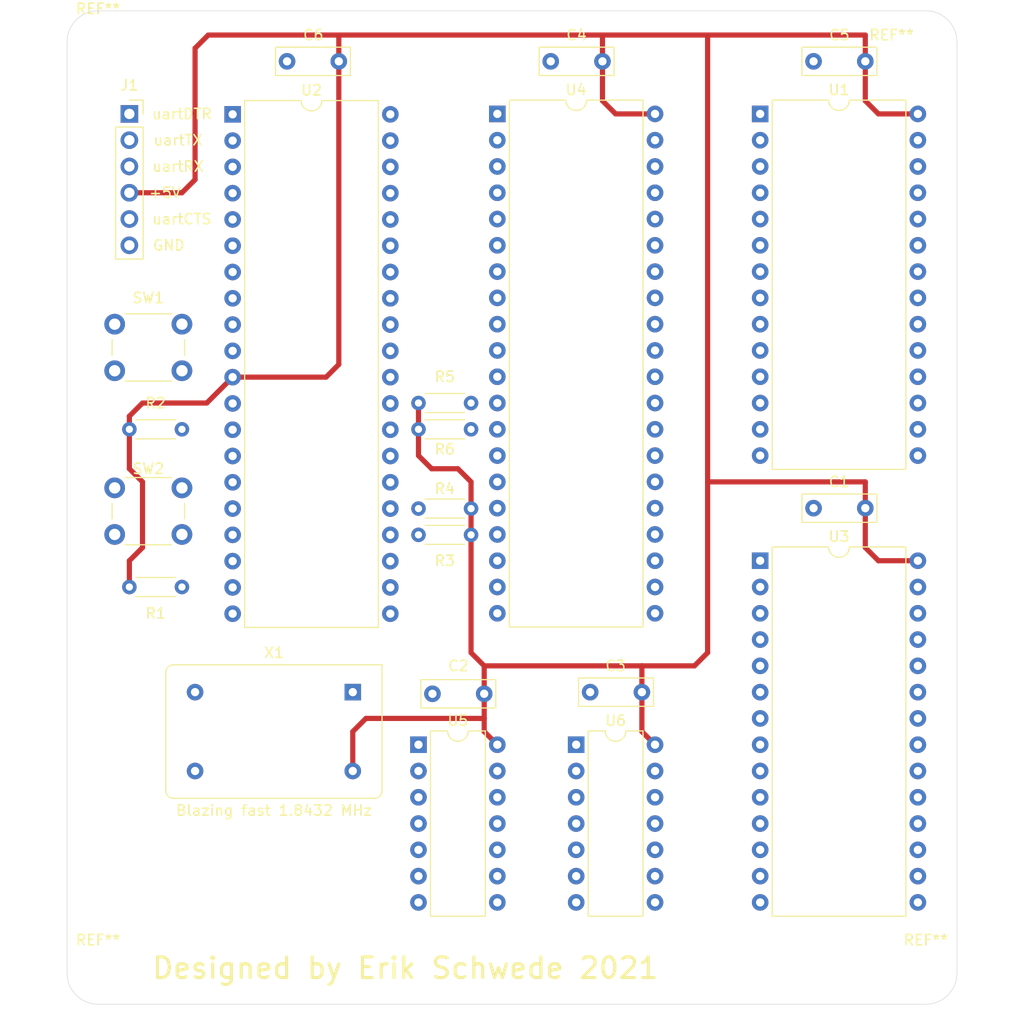
<source format=kicad_pcb>
(kicad_pcb (version 20171130) (host pcbnew "(5.1.5)-3")

  (general
    (thickness 1.6)
    (drawings 16)
    (tracks 58)
    (zones 0)
    (modules 26)
    (nets 70)
  )

  (page A4)
  (layers
    (0 F.Cu signal)
    (31 B.Cu signal)
    (32 B.Adhes user)
    (33 F.Adhes user)
    (34 B.Paste user)
    (35 F.Paste user)
    (36 B.SilkS user)
    (37 F.SilkS user)
    (38 B.Mask user)
    (39 F.Mask user)
    (40 Dwgs.User user)
    (41 Cmts.User user)
    (42 Eco1.User user)
    (43 Eco2.User user)
    (44 Edge.Cuts user)
    (45 Margin user)
    (46 B.CrtYd user)
    (47 F.CrtYd user)
    (48 B.Fab user)
    (49 F.Fab user)
  )

  (setup
    (last_trace_width 0.25)
    (user_trace_width 0.5)
    (trace_clearance 0.2)
    (zone_clearance 0.508)
    (zone_45_only no)
    (trace_min 0.2)
    (via_size 0.8)
    (via_drill 0.4)
    (via_min_size 0.4)
    (via_min_drill 0.3)
    (uvia_size 0.3)
    (uvia_drill 0.1)
    (uvias_allowed no)
    (uvia_min_size 0.2)
    (uvia_min_drill 0.1)
    (edge_width 0.05)
    (segment_width 0.2)
    (pcb_text_width 0.3)
    (pcb_text_size 1.5 1.5)
    (mod_edge_width 0.12)
    (mod_text_size 1 1)
    (mod_text_width 0.15)
    (pad_size 2.2 2.2)
    (pad_drill 2.2)
    (pad_to_mask_clearance 0.051)
    (solder_mask_min_width 0.25)
    (aux_axis_origin 0 0)
    (visible_elements 7FFFFFFF)
    (pcbplotparams
      (layerselection 0x010fc_ffffffff)
      (usegerberextensions false)
      (usegerberattributes false)
      (usegerberadvancedattributes false)
      (creategerberjobfile false)
      (excludeedgelayer true)
      (linewidth 0.100000)
      (plotframeref false)
      (viasonmask false)
      (mode 1)
      (useauxorigin false)
      (hpglpennumber 1)
      (hpglpenspeed 20)
      (hpglpendiameter 15.000000)
      (psnegative false)
      (psa4output false)
      (plotreference true)
      (plotvalue true)
      (plotinvisibletext false)
      (padsonsilk false)
      (subtractmaskfromsilk false)
      (outputformat 1)
      (mirror false)
      (drillshape 1)
      (scaleselection 1)
      (outputdirectory ""))
  )

  (net 0 "")
  (net 1 GND)
  (net 2 uartCTS)
  (net 3 +5V)
  (net 4 uartRX)
  (net 5 uartTX)
  (net 6 uartDTR)
  (net 7 "Net-(R1-Pad2)")
  (net 8 "Net-(R2-Pad2)")
  (net 9 "Net-(R3-Pad1)")
  (net 10 "Net-(R4-Pad1)")
  (net 11 "Net-(R5-Pad1)")
  (net 12 "Net-(R6-Pad1)")
  (net 13 ~WR)
  (net 14 ~RD)
  (net 15 ~CE_RAM)
  (net 16 ~IOREQ)
  (net 17 ~MREQ)
  (net 18 "Net-(U2-Pad18)")
  (net 19 ~INT)
  (net 20 "Net-(U2-Pad28)")
  (net 21 "Net-(U2-Pad27)")
  (net 22 CLK)
  (net 23 A15)
  (net 24 "Net-(U2-Pad23)")
  (net 25 "Net-(U3-Pad27)")
  (net 26 "Net-(U3-Pad26)")
  (net 27 ~CE_ROM)
  (net 28 "Net-(U3-Pad1)")
  (net 29 "Net-(U4-Pad39)")
  (net 30 "Net-(U4-Pad38)")
  (net 31 "Net-(U4-Pad37)")
  (net 32 "Net-(U4-Pad17)")
  (net 33 Reset)
  (net 34 "Net-(U4-Pad15)")
  (net 35 "Net-(U4-Pad34)")
  (net 36 ~IORQ)
  (net 37 "Net-(U4-Pad32)")
  (net 38 "Net-(U4-Pad31)")
  (net 39 TX)
  (net 40 "Net-(U4-Pad30)")
  (net 41 RX)
  (net 42 "Net-(U4-Pad29)")
  (net 43 "Net-(U4-Pad24)")
  (net 44 "Net-(U4-Pad23)")
  (net 45 "Net-(U5-Pad4)")
  (net 46 "Net-(X1-Pad1)")
  (net 47 /A0)
  (net 48 /D2)
  (net 49 /A13)
  (net 50 /D1)
  (net 51 /A8)
  (net 52 /D0)
  (net 53 /A9)
  (net 54 /A11)
  (net 55 /A1)
  (net 56 /A2)
  (net 57 /A10)
  (net 58 /A3)
  (net 59 /A4)
  (net 60 /D7)
  (net 61 /A5)
  (net 62 /D6)
  (net 63 /A6)
  (net 64 /D5)
  (net 65 /A7)
  (net 66 /D4)
  (net 67 /A12)
  (net 68 /D3)
  (net 69 /A14)

  (net_class Default "This is the default net class."
    (clearance 0.2)
    (trace_width 0.25)
    (via_dia 0.8)
    (via_drill 0.4)
    (uvia_dia 0.3)
    (uvia_drill 0.1)
    (add_net +5V)
    (add_net /A0)
    (add_net /A1)
    (add_net /A10)
    (add_net /A11)
    (add_net /A12)
    (add_net /A13)
    (add_net /A14)
    (add_net /A2)
    (add_net /A3)
    (add_net /A4)
    (add_net /A5)
    (add_net /A6)
    (add_net /A7)
    (add_net /A8)
    (add_net /A9)
    (add_net /D0)
    (add_net /D1)
    (add_net /D2)
    (add_net /D3)
    (add_net /D4)
    (add_net /D5)
    (add_net /D6)
    (add_net /D7)
    (add_net A15)
    (add_net CLK)
    (add_net GND)
    (add_net "Net-(R1-Pad2)")
    (add_net "Net-(R2-Pad2)")
    (add_net "Net-(R3-Pad1)")
    (add_net "Net-(R4-Pad1)")
    (add_net "Net-(R5-Pad1)")
    (add_net "Net-(R6-Pad1)")
    (add_net "Net-(U2-Pad18)")
    (add_net "Net-(U2-Pad23)")
    (add_net "Net-(U2-Pad27)")
    (add_net "Net-(U2-Pad28)")
    (add_net "Net-(U3-Pad1)")
    (add_net "Net-(U3-Pad26)")
    (add_net "Net-(U3-Pad27)")
    (add_net "Net-(U4-Pad15)")
    (add_net "Net-(U4-Pad17)")
    (add_net "Net-(U4-Pad23)")
    (add_net "Net-(U4-Pad24)")
    (add_net "Net-(U4-Pad29)")
    (add_net "Net-(U4-Pad30)")
    (add_net "Net-(U4-Pad31)")
    (add_net "Net-(U4-Pad32)")
    (add_net "Net-(U4-Pad34)")
    (add_net "Net-(U4-Pad37)")
    (add_net "Net-(U4-Pad38)")
    (add_net "Net-(U4-Pad39)")
    (add_net "Net-(U5-Pad4)")
    (add_net "Net-(X1-Pad1)")
    (add_net RX)
    (add_net Reset)
    (add_net TX)
    (add_net uartCTS)
    (add_net uartDTR)
    (add_net uartRX)
    (add_net uartTX)
    (add_net ~CE_RAM)
    (add_net ~CE_ROM)
    (add_net ~INT)
    (add_net ~IOREQ)
    (add_net ~IORQ)
    (add_net ~MREQ)
    (add_net ~RD)
    (add_net ~WR)
  )

  (module MountingHole:MountingHole_2.2mm_M2 (layer F.Cu) (tedit 56D1B4CB) (tstamp 6039691D)
    (at 157 144)
    (descr "Mounting Hole 2.2mm, no annular, M2")
    (tags "mounting hole 2.2mm no annular m2")
    (attr virtual)
    (fp_text reference REF** (at 0 -3.2) (layer F.SilkS)
      (effects (font (size 1 1) (thickness 0.15)))
    )
    (fp_text value MountingHole_2.2mm_M2 (at 0 3.2) (layer F.Fab)
      (effects (font (size 1 1) (thickness 0.15)))
    )
    (fp_circle (center 0 0) (end 2.45 0) (layer F.CrtYd) (width 0.05))
    (fp_circle (center 0 0) (end 2.2 0) (layer Cmts.User) (width 0.15))
    (fp_text user %R (at 0.3 0) (layer F.Fab)
      (effects (font (size 1 1) (thickness 0.15)))
    )
    (pad 1 np_thru_hole circle (at 0 0) (size 2.2 2.2) (drill 2.2) (layers *.Cu *.Mask))
  )

  (module MountingHole:MountingHole_2.2mm_M2 (layer F.Cu) (tedit 56D1B4CB) (tstamp 6039690F)
    (at 237 144)
    (descr "Mounting Hole 2.2mm, no annular, M2")
    (tags "mounting hole 2.2mm no annular m2")
    (attr virtual)
    (fp_text reference REF** (at 0 -3.2) (layer F.SilkS)
      (effects (font (size 1 1) (thickness 0.15)))
    )
    (fp_text value MountingHole_2.2mm_M2 (at 0 3.2) (layer F.Fab)
      (effects (font (size 1 1) (thickness 0.15)))
    )
    (fp_text user %R (at 0.3 0) (layer F.Fab)
      (effects (font (size 1 1) (thickness 0.15)))
    )
    (fp_circle (center 0 0) (end 2.2 0) (layer Cmts.User) (width 0.15))
    (fp_circle (center 0 0) (end 2.45 0) (layer F.CrtYd) (width 0.05))
    (pad 1 np_thru_hole circle (at 0 0) (size 2.2 2.2) (drill 2.2) (layers *.Cu *.Mask))
  )

  (module MountingHole:MountingHole_2.2mm_M2 (layer F.Cu) (tedit 56D1B4CB) (tstamp 603968F8)
    (at 157 54)
    (descr "Mounting Hole 2.2mm, no annular, M2")
    (tags "mounting hole 2.2mm no annular m2")
    (attr virtual)
    (fp_text reference REF** (at 0 -3.2) (layer F.SilkS)
      (effects (font (size 1 1) (thickness 0.15)))
    )
    (fp_text value MountingHole_2.2mm_M2 (at 0 3.2) (layer F.Fab)
      (effects (font (size 1 1) (thickness 0.15)))
    )
    (fp_circle (center 0 0) (end 2.45 0) (layer F.CrtYd) (width 0.05))
    (fp_circle (center 0 0) (end 2.2 0) (layer Cmts.User) (width 0.15))
    (fp_text user %R (at 0.3 0) (layer F.Fab)
      (effects (font (size 1 1) (thickness 0.15)))
    )
    (pad 1 np_thru_hole circle (at 0 0) (size 2.2 2.2) (drill 2.2) (layers *.Cu *.Mask))
  )

  (module MountingHole:MountingHole_2.2mm_M2 (layer F.Cu) (tedit 56D1B4CB) (tstamp 60396177)
    (at 237 54)
    (descr "Mounting Hole 2.2mm, no annular, M2")
    (tags "mounting hole 2.2mm no annular m2")
    (attr virtual)
    (fp_text reference REF** (at -3.32 -0.66) (layer F.SilkS)
      (effects (font (size 1 1) (thickness 0.15)))
    )
    (fp_text value MountingHole_2.2mm_M2 (at 0 3.2) (layer F.Fab)
      (effects (font (size 1 1) (thickness 0.15)))
    )
    (fp_circle (center 0 0) (end 2.45 0) (layer F.CrtYd) (width 0.05))
    (fp_circle (center 0 0) (end 2.2 0) (layer Cmts.User) (width 0.15))
    (fp_text user %R (at 0.3 0) (layer F.Fab)
      (effects (font (size 1 1) (thickness 0.15)))
    )
    (pad 1 np_thru_hole circle (at 0 0) (size 2.2 2.2) (drill 2.2) (layers *.Cu *.Mask))
  )

  (module Capacitor_THT:C_Disc_D7.0mm_W2.5mm_P5.00mm (layer F.Cu) (tedit 5AE50EF0) (tstamp 6033B59B)
    (at 180.26 55.88 180)
    (descr "C, Disc series, Radial, pin pitch=5.00mm, , diameter*width=7*2.5mm^2, Capacitor, http://cdn-reichelt.de/documents/datenblatt/B300/DS_KERKO_TC.pdf")
    (tags "C Disc series Radial pin pitch 5.00mm  diameter 7mm width 2.5mm Capacitor")
    (path /60352E1C)
    (fp_text reference C6 (at 2.46 2.54) (layer F.SilkS)
      (effects (font (size 1 1) (thickness 0.15)))
    )
    (fp_text value 100nF (at 2.5 2.5) (layer F.Fab)
      (effects (font (size 1 1) (thickness 0.15)))
    )
    (fp_text user %R (at 2.5 0 180) (layer F.Fab)
      (effects (font (size 1 1) (thickness 0.15)))
    )
    (fp_line (start 6.25 -1.5) (end -1.25 -1.5) (layer F.CrtYd) (width 0.05))
    (fp_line (start 6.25 1.5) (end 6.25 -1.5) (layer F.CrtYd) (width 0.05))
    (fp_line (start -1.25 1.5) (end 6.25 1.5) (layer F.CrtYd) (width 0.05))
    (fp_line (start -1.25 -1.5) (end -1.25 1.5) (layer F.CrtYd) (width 0.05))
    (fp_line (start 6.12 -1.37) (end 6.12 1.37) (layer F.SilkS) (width 0.12))
    (fp_line (start -1.12 -1.37) (end -1.12 1.37) (layer F.SilkS) (width 0.12))
    (fp_line (start -1.12 1.37) (end 6.12 1.37) (layer F.SilkS) (width 0.12))
    (fp_line (start -1.12 -1.37) (end 6.12 -1.37) (layer F.SilkS) (width 0.12))
    (fp_line (start 6 -1.25) (end -1 -1.25) (layer F.Fab) (width 0.1))
    (fp_line (start 6 1.25) (end 6 -1.25) (layer F.Fab) (width 0.1))
    (fp_line (start -1 1.25) (end 6 1.25) (layer F.Fab) (width 0.1))
    (fp_line (start -1 -1.25) (end -1 1.25) (layer F.Fab) (width 0.1))
    (pad 2 thru_hole circle (at 5 0 180) (size 1.6 1.6) (drill 0.8) (layers *.Cu *.Mask)
      (net 1 GND))
    (pad 1 thru_hole circle (at 0 0 180) (size 1.6 1.6) (drill 0.8) (layers *.Cu *.Mask)
      (net 3 +5V))
    (model ${KISYS3DMOD}/Capacitor_THT.3dshapes/C_Disc_D7.0mm_W2.5mm_P5.00mm.wrl
      (at (xyz 0 0 0))
      (scale (xyz 1 1 1))
      (rotate (xyz 0 0 0))
    )
  )

  (module Capacitor_THT:C_Disc_D7.0mm_W2.5mm_P5.00mm (layer F.Cu) (tedit 5AE50EF0) (tstamp 6033B588)
    (at 231.14 55.88 180)
    (descr "C, Disc series, Radial, pin pitch=5.00mm, , diameter*width=7*2.5mm^2, Capacitor, http://cdn-reichelt.de/documents/datenblatt/B300/DS_KERKO_TC.pdf")
    (tags "C Disc series Radial pin pitch 5.00mm  diameter 7mm width 2.5mm Capacitor")
    (path /603492A0)
    (fp_text reference C5 (at 2.5 2.54) (layer F.SilkS)
      (effects (font (size 1 1) (thickness 0.15)))
    )
    (fp_text value 100nF (at 2.5 2.5) (layer F.Fab)
      (effects (font (size 1 1) (thickness 0.15)))
    )
    (fp_text user %R (at 2.5 0) (layer F.Fab)
      (effects (font (size 1 1) (thickness 0.15)))
    )
    (fp_line (start 6.25 -1.5) (end -1.25 -1.5) (layer F.CrtYd) (width 0.05))
    (fp_line (start 6.25 1.5) (end 6.25 -1.5) (layer F.CrtYd) (width 0.05))
    (fp_line (start -1.25 1.5) (end 6.25 1.5) (layer F.CrtYd) (width 0.05))
    (fp_line (start -1.25 -1.5) (end -1.25 1.5) (layer F.CrtYd) (width 0.05))
    (fp_line (start 6.12 -1.37) (end 6.12 1.37) (layer F.SilkS) (width 0.12))
    (fp_line (start -1.12 -1.37) (end -1.12 1.37) (layer F.SilkS) (width 0.12))
    (fp_line (start -1.12 1.37) (end 6.12 1.37) (layer F.SilkS) (width 0.12))
    (fp_line (start -1.12 -1.37) (end 6.12 -1.37) (layer F.SilkS) (width 0.12))
    (fp_line (start 6 -1.25) (end -1 -1.25) (layer F.Fab) (width 0.1))
    (fp_line (start 6 1.25) (end 6 -1.25) (layer F.Fab) (width 0.1))
    (fp_line (start -1 1.25) (end 6 1.25) (layer F.Fab) (width 0.1))
    (fp_line (start -1 -1.25) (end -1 1.25) (layer F.Fab) (width 0.1))
    (pad 2 thru_hole circle (at 5 0 180) (size 1.6 1.6) (drill 0.8) (layers *.Cu *.Mask)
      (net 1 GND))
    (pad 1 thru_hole circle (at 0 0 180) (size 1.6 1.6) (drill 0.8) (layers *.Cu *.Mask)
      (net 3 +5V))
    (model ${KISYS3DMOD}/Capacitor_THT.3dshapes/C_Disc_D7.0mm_W2.5mm_P5.00mm.wrl
      (at (xyz 0 0 0))
      (scale (xyz 1 1 1))
      (rotate (xyz 0 0 0))
    )
  )

  (module Capacitor_THT:C_Disc_D7.0mm_W2.5mm_P5.00mm (layer F.Cu) (tedit 5AE50EF0) (tstamp 6033B575)
    (at 205.74 55.88 180)
    (descr "C, Disc series, Radial, pin pitch=5.00mm, , diameter*width=7*2.5mm^2, Capacitor, http://cdn-reichelt.de/documents/datenblatt/B300/DS_KERKO_TC.pdf")
    (tags "C Disc series Radial pin pitch 5.00mm  diameter 7mm width 2.5mm Capacitor")
    (path /60348A40)
    (fp_text reference C4 (at 2.5 2.54) (layer F.SilkS)
      (effects (font (size 1 1) (thickness 0.15)))
    )
    (fp_text value 100nF (at 2.5 2.5) (layer F.Fab)
      (effects (font (size 1 1) (thickness 0.15)))
    )
    (fp_text user %R (at 2.5 0) (layer F.Fab)
      (effects (font (size 1 1) (thickness 0.15)))
    )
    (fp_line (start 6.25 -1.5) (end -1.25 -1.5) (layer F.CrtYd) (width 0.05))
    (fp_line (start 6.25 1.5) (end 6.25 -1.5) (layer F.CrtYd) (width 0.05))
    (fp_line (start -1.25 1.5) (end 6.25 1.5) (layer F.CrtYd) (width 0.05))
    (fp_line (start -1.25 -1.5) (end -1.25 1.5) (layer F.CrtYd) (width 0.05))
    (fp_line (start 6.12 -1.37) (end 6.12 1.37) (layer F.SilkS) (width 0.12))
    (fp_line (start -1.12 -1.37) (end -1.12 1.37) (layer F.SilkS) (width 0.12))
    (fp_line (start -1.12 1.37) (end 6.12 1.37) (layer F.SilkS) (width 0.12))
    (fp_line (start -1.12 -1.37) (end 6.12 -1.37) (layer F.SilkS) (width 0.12))
    (fp_line (start 6 -1.25) (end -1 -1.25) (layer F.Fab) (width 0.1))
    (fp_line (start 6 1.25) (end 6 -1.25) (layer F.Fab) (width 0.1))
    (fp_line (start -1 1.25) (end 6 1.25) (layer F.Fab) (width 0.1))
    (fp_line (start -1 -1.25) (end -1 1.25) (layer F.Fab) (width 0.1))
    (pad 2 thru_hole circle (at 5 0 180) (size 1.6 1.6) (drill 0.8) (layers *.Cu *.Mask)
      (net 1 GND))
    (pad 1 thru_hole circle (at 0 0 180) (size 1.6 1.6) (drill 0.8) (layers *.Cu *.Mask)
      (net 3 +5V))
    (model ${KISYS3DMOD}/Capacitor_THT.3dshapes/C_Disc_D7.0mm_W2.5mm_P5.00mm.wrl
      (at (xyz 0 0 0))
      (scale (xyz 1 1 1))
      (rotate (xyz 0 0 0))
    )
  )

  (module Capacitor_THT:C_Disc_D7.0mm_W2.5mm_P5.00mm (layer F.Cu) (tedit 5AE50EF0) (tstamp 6033B562)
    (at 209.55 116.84 180)
    (descr "C, Disc series, Radial, pin pitch=5.00mm, , diameter*width=7*2.5mm^2, Capacitor, http://cdn-reichelt.de/documents/datenblatt/B300/DS_KERKO_TC.pdf")
    (tags "C Disc series Radial pin pitch 5.00mm  diameter 7mm width 2.5mm Capacitor")
    (path /60348335)
    (fp_text reference C3 (at 2.54 2.54) (layer F.SilkS)
      (effects (font (size 1 1) (thickness 0.15)))
    )
    (fp_text value 100nF (at 2.5 2.5) (layer F.Fab)
      (effects (font (size 1 1) (thickness 0.15)))
    )
    (fp_text user %R (at 2.5 0) (layer F.Fab)
      (effects (font (size 1 1) (thickness 0.15)))
    )
    (fp_line (start 6.25 -1.5) (end -1.25 -1.5) (layer F.CrtYd) (width 0.05))
    (fp_line (start 6.25 1.5) (end 6.25 -1.5) (layer F.CrtYd) (width 0.05))
    (fp_line (start -1.25 1.5) (end 6.25 1.5) (layer F.CrtYd) (width 0.05))
    (fp_line (start -1.25 -1.5) (end -1.25 1.5) (layer F.CrtYd) (width 0.05))
    (fp_line (start 6.12 -1.37) (end 6.12 1.37) (layer F.SilkS) (width 0.12))
    (fp_line (start -1.12 -1.37) (end -1.12 1.37) (layer F.SilkS) (width 0.12))
    (fp_line (start -1.12 1.37) (end 6.12 1.37) (layer F.SilkS) (width 0.12))
    (fp_line (start -1.12 -1.37) (end 6.12 -1.37) (layer F.SilkS) (width 0.12))
    (fp_line (start 6 -1.25) (end -1 -1.25) (layer F.Fab) (width 0.1))
    (fp_line (start 6 1.25) (end 6 -1.25) (layer F.Fab) (width 0.1))
    (fp_line (start -1 1.25) (end 6 1.25) (layer F.Fab) (width 0.1))
    (fp_line (start -1 -1.25) (end -1 1.25) (layer F.Fab) (width 0.1))
    (pad 2 thru_hole circle (at 5 0 180) (size 1.6 1.6) (drill 0.8) (layers *.Cu *.Mask)
      (net 1 GND))
    (pad 1 thru_hole circle (at 0 0 180) (size 1.6 1.6) (drill 0.8) (layers *.Cu *.Mask)
      (net 3 +5V))
    (model ${KISYS3DMOD}/Capacitor_THT.3dshapes/C_Disc_D7.0mm_W2.5mm_P5.00mm.wrl
      (at (xyz 0 0 0))
      (scale (xyz 1 1 1))
      (rotate (xyz 0 0 0))
    )
  )

  (module Capacitor_THT:C_Disc_D7.0mm_W2.5mm_P5.00mm (layer F.Cu) (tedit 5AE50EF0) (tstamp 6033B54F)
    (at 194.31 117 180)
    (descr "C, Disc series, Radial, pin pitch=5.00mm, , diameter*width=7*2.5mm^2, Capacitor, http://cdn-reichelt.de/documents/datenblatt/B300/DS_KERKO_TC.pdf")
    (tags "C Disc series Radial pin pitch 5.00mm  diameter 7mm width 2.5mm Capacitor")
    (path /60347942)
    (fp_text reference C2 (at 2.5 2.7) (layer F.SilkS)
      (effects (font (size 1 1) (thickness 0.15)))
    )
    (fp_text value 100nF (at 2.5 2.5) (layer F.Fab)
      (effects (font (size 1 1) (thickness 0.15)))
    )
    (fp_text user %R (at 2.5 0) (layer F.Fab)
      (effects (font (size 1 1) (thickness 0.15)))
    )
    (fp_line (start 6.25 -1.5) (end -1.25 -1.5) (layer F.CrtYd) (width 0.05))
    (fp_line (start 6.25 1.5) (end 6.25 -1.5) (layer F.CrtYd) (width 0.05))
    (fp_line (start -1.25 1.5) (end 6.25 1.5) (layer F.CrtYd) (width 0.05))
    (fp_line (start -1.25 -1.5) (end -1.25 1.5) (layer F.CrtYd) (width 0.05))
    (fp_line (start 6.12 -1.37) (end 6.12 1.37) (layer F.SilkS) (width 0.12))
    (fp_line (start -1.12 -1.37) (end -1.12 1.37) (layer F.SilkS) (width 0.12))
    (fp_line (start -1.12 1.37) (end 6.12 1.37) (layer F.SilkS) (width 0.12))
    (fp_line (start -1.12 -1.37) (end 6.12 -1.37) (layer F.SilkS) (width 0.12))
    (fp_line (start 6 -1.25) (end -1 -1.25) (layer F.Fab) (width 0.1))
    (fp_line (start 6 1.25) (end 6 -1.25) (layer F.Fab) (width 0.1))
    (fp_line (start -1 1.25) (end 6 1.25) (layer F.Fab) (width 0.1))
    (fp_line (start -1 -1.25) (end -1 1.25) (layer F.Fab) (width 0.1))
    (pad 2 thru_hole circle (at 5 0 180) (size 1.6 1.6) (drill 0.8) (layers *.Cu *.Mask)
      (net 1 GND))
    (pad 1 thru_hole circle (at 0 0 180) (size 1.6 1.6) (drill 0.8) (layers *.Cu *.Mask)
      (net 3 +5V))
    (model ${KISYS3DMOD}/Capacitor_THT.3dshapes/C_Disc_D7.0mm_W2.5mm_P5.00mm.wrl
      (at (xyz 0 0 0))
      (scale (xyz 1 1 1))
      (rotate (xyz 0 0 0))
    )
  )

  (module Capacitor_THT:C_Disc_D7.0mm_W2.5mm_P5.00mm (layer F.Cu) (tedit 5AE50EF0) (tstamp 6033B53C)
    (at 231.14 99.06 180)
    (descr "C, Disc series, Radial, pin pitch=5.00mm, , diameter*width=7*2.5mm^2, Capacitor, http://cdn-reichelt.de/documents/datenblatt/B300/DS_KERKO_TC.pdf")
    (tags "C Disc series Radial pin pitch 5.00mm  diameter 7mm width 2.5mm Capacitor")
    (path /6034622E)
    (fp_text reference C1 (at 2.54 2.54) (layer F.SilkS)
      (effects (font (size 1 1) (thickness 0.15)))
    )
    (fp_text value 100nF (at 2.5 2.5) (layer F.Fab)
      (effects (font (size 1 1) (thickness 0.15)))
    )
    (fp_text user %R (at 2.5 0) (layer F.Fab)
      (effects (font (size 1 1) (thickness 0.15)))
    )
    (fp_line (start 6.25 -1.5) (end -1.25 -1.5) (layer F.CrtYd) (width 0.05))
    (fp_line (start 6.25 1.5) (end 6.25 -1.5) (layer F.CrtYd) (width 0.05))
    (fp_line (start -1.25 1.5) (end 6.25 1.5) (layer F.CrtYd) (width 0.05))
    (fp_line (start -1.25 -1.5) (end -1.25 1.5) (layer F.CrtYd) (width 0.05))
    (fp_line (start 6.12 -1.37) (end 6.12 1.37) (layer F.SilkS) (width 0.12))
    (fp_line (start -1.12 -1.37) (end -1.12 1.37) (layer F.SilkS) (width 0.12))
    (fp_line (start -1.12 1.37) (end 6.12 1.37) (layer F.SilkS) (width 0.12))
    (fp_line (start -1.12 -1.37) (end 6.12 -1.37) (layer F.SilkS) (width 0.12))
    (fp_line (start 6 -1.25) (end -1 -1.25) (layer F.Fab) (width 0.1))
    (fp_line (start 6 1.25) (end 6 -1.25) (layer F.Fab) (width 0.1))
    (fp_line (start -1 1.25) (end 6 1.25) (layer F.Fab) (width 0.1))
    (fp_line (start -1 -1.25) (end -1 1.25) (layer F.Fab) (width 0.1))
    (pad 2 thru_hole circle (at 5 0 180) (size 1.6 1.6) (drill 0.8) (layers *.Cu *.Mask)
      (net 1 GND))
    (pad 1 thru_hole circle (at 0 0 180) (size 1.6 1.6) (drill 0.8) (layers *.Cu *.Mask)
      (net 3 +5V))
    (model ${KISYS3DMOD}/Capacitor_THT.3dshapes/C_Disc_D7.0mm_W2.5mm_P5.00mm.wrl
      (at (xyz 0 0 0))
      (scale (xyz 1 1 1))
      (rotate (xyz 0 0 0))
    )
  )

  (module Oscillator:Oscillator_DIP-14 (layer F.Cu) (tedit 58CD3344) (tstamp 6032A6F8)
    (at 181.61 116.84 180)
    (descr "Oscillator, DIP14, http://cdn-reichelt.de/documents/datenblatt/B400/OSZI.pdf")
    (tags oscillator)
    (path /601C019A)
    (fp_text reference X1 (at 7.62 3.81) (layer F.SilkS)
      (effects (font (size 1 1) (thickness 0.15)))
    )
    (fp_text value ACO-1.8432MHz (at 7.62 3.74) (layer F.Fab)
      (effects (font (size 1 1) (thickness 0.15)))
    )
    (fp_arc (start -2.08 -9.51) (end -2.73 -9.51) (angle 90) (layer F.Fab) (width 0.1))
    (fp_arc (start 17.32 -9.51) (end 17.32 -10.16) (angle 90) (layer F.Fab) (width 0.1))
    (fp_arc (start 17.32 1.89) (end 17.97 1.89) (angle 90) (layer F.Fab) (width 0.1))
    (fp_arc (start -2.08 -9.51) (end -2.83 -9.51) (angle 90) (layer F.SilkS) (width 0.12))
    (fp_arc (start 17.32 -9.51) (end 17.32 -10.26) (angle 90) (layer F.SilkS) (width 0.12))
    (fp_arc (start 17.32 1.89) (end 18.07 1.89) (angle 90) (layer F.SilkS) (width 0.12))
    (fp_arc (start -1.38 -8.81) (end -1.73 -8.81) (angle 90) (layer F.Fab) (width 0.1))
    (fp_arc (start 16.62 -8.81) (end 16.62 -9.16) (angle 90) (layer F.Fab) (width 0.1))
    (fp_arc (start 16.62 1.19) (end 16.97 1.19) (angle 90) (layer F.Fab) (width 0.1))
    (fp_line (start -2.73 2.54) (end -2.73 -9.51) (layer F.Fab) (width 0.1))
    (fp_line (start -2.08 -10.16) (end 17.32 -10.16) (layer F.Fab) (width 0.1))
    (fp_line (start 17.97 -9.51) (end 17.97 1.89) (layer F.Fab) (width 0.1))
    (fp_line (start -2.73 2.54) (end 17.32 2.54) (layer F.Fab) (width 0.1))
    (fp_line (start -2.83 2.64) (end 17.32 2.64) (layer F.SilkS) (width 0.12))
    (fp_line (start 18.07 1.89) (end 18.07 -9.51) (layer F.SilkS) (width 0.12))
    (fp_line (start 17.32 -10.26) (end -2.08 -10.26) (layer F.SilkS) (width 0.12))
    (fp_line (start -2.83 -9.51) (end -2.83 2.64) (layer F.SilkS) (width 0.12))
    (fp_line (start -1.73 1.54) (end 16.62 1.54) (layer F.Fab) (width 0.1))
    (fp_line (start -1.73 1.54) (end -1.73 -8.81) (layer F.Fab) (width 0.1))
    (fp_line (start -1.38 -9.16) (end 16.62 -9.16) (layer F.Fab) (width 0.1))
    (fp_line (start 16.97 1.19) (end 16.97 -8.81) (layer F.Fab) (width 0.1))
    (fp_line (start -2.98 2.79) (end 18.22 2.79) (layer F.CrtYd) (width 0.05))
    (fp_line (start -2.98 -10.41) (end -2.98 2.79) (layer F.CrtYd) (width 0.05))
    (fp_line (start 18.22 -10.41) (end -2.98 -10.41) (layer F.CrtYd) (width 0.05))
    (fp_line (start 18.22 2.79) (end 18.22 -10.41) (layer F.CrtYd) (width 0.05))
    (fp_text user %R (at 7.62 -3.81) (layer F.Fab)
      (effects (font (size 1 1) (thickness 0.15)))
    )
    (pad 7 thru_hole circle (at 15.24 0 180) (size 1.6 1.6) (drill 0.8) (layers *.Cu *.Mask)
      (net 1 GND))
    (pad 8 thru_hole circle (at 15.24 -7.62 180) (size 1.6 1.6) (drill 0.8) (layers *.Cu *.Mask)
      (net 22 CLK))
    (pad 14 thru_hole circle (at 0 -7.62 180) (size 1.6 1.6) (drill 0.8) (layers *.Cu *.Mask)
      (net 3 +5V))
    (pad 1 thru_hole rect (at 0 0 180) (size 1.6 1.6) (drill 0.8) (layers *.Cu *.Mask)
      (net 46 "Net-(X1-Pad1)"))
    (model ${KISYS3DMOD}/Oscillator.3dshapes/Oscillator_DIP-14.wrl
      (at (xyz 0 0 0))
      (scale (xyz 1 1 1))
      (rotate (xyz 0 0 0))
    )
  )

  (module Package_DIP:DIP-14_W7.62mm (layer F.Cu) (tedit 5A02E8C5) (tstamp 6032A6D6)
    (at 203.2 121.92)
    (descr "14-lead though-hole mounted DIP package, row spacing 7.62 mm (300 mils)")
    (tags "THT DIP DIL PDIP 2.54mm 7.62mm 300mil")
    (path /6038B549)
    (fp_text reference U6 (at 3.81 -2.33) (layer F.SilkS)
      (effects (font (size 1 1) (thickness 0.15)))
    )
    (fp_text value 74LS32 (at 3.81 17.57) (layer F.Fab)
      (effects (font (size 1 1) (thickness 0.15)))
    )
    (fp_text user %R (at 3.81 7.62) (layer F.Fab)
      (effects (font (size 1 1) (thickness 0.15)))
    )
    (fp_line (start 8.7 -1.55) (end -1.1 -1.55) (layer F.CrtYd) (width 0.05))
    (fp_line (start 8.7 16.8) (end 8.7 -1.55) (layer F.CrtYd) (width 0.05))
    (fp_line (start -1.1 16.8) (end 8.7 16.8) (layer F.CrtYd) (width 0.05))
    (fp_line (start -1.1 -1.55) (end -1.1 16.8) (layer F.CrtYd) (width 0.05))
    (fp_line (start 6.46 -1.33) (end 4.81 -1.33) (layer F.SilkS) (width 0.12))
    (fp_line (start 6.46 16.57) (end 6.46 -1.33) (layer F.SilkS) (width 0.12))
    (fp_line (start 1.16 16.57) (end 6.46 16.57) (layer F.SilkS) (width 0.12))
    (fp_line (start 1.16 -1.33) (end 1.16 16.57) (layer F.SilkS) (width 0.12))
    (fp_line (start 2.81 -1.33) (end 1.16 -1.33) (layer F.SilkS) (width 0.12))
    (fp_line (start 0.635 -0.27) (end 1.635 -1.27) (layer F.Fab) (width 0.1))
    (fp_line (start 0.635 16.51) (end 0.635 -0.27) (layer F.Fab) (width 0.1))
    (fp_line (start 6.985 16.51) (end 0.635 16.51) (layer F.Fab) (width 0.1))
    (fp_line (start 6.985 -1.27) (end 6.985 16.51) (layer F.Fab) (width 0.1))
    (fp_line (start 1.635 -1.27) (end 6.985 -1.27) (layer F.Fab) (width 0.1))
    (fp_arc (start 3.81 -1.33) (end 2.81 -1.33) (angle -180) (layer F.SilkS) (width 0.12))
    (pad 14 thru_hole oval (at 7.62 0) (size 1.6 1.6) (drill 0.8) (layers *.Cu *.Mask)
      (net 3 +5V))
    (pad 7 thru_hole oval (at 0 15.24) (size 1.6 1.6) (drill 0.8) (layers *.Cu *.Mask)
      (net 1 GND))
    (pad 13 thru_hole oval (at 7.62 2.54) (size 1.6 1.6) (drill 0.8) (layers *.Cu *.Mask))
    (pad 6 thru_hole oval (at 0 12.7) (size 1.6 1.6) (drill 0.8) (layers *.Cu *.Mask)
      (net 27 ~CE_ROM))
    (pad 12 thru_hole oval (at 7.62 5.08) (size 1.6 1.6) (drill 0.8) (layers *.Cu *.Mask))
    (pad 5 thru_hole oval (at 0 10.16) (size 1.6 1.6) (drill 0.8) (layers *.Cu *.Mask)
      (net 23 A15))
    (pad 11 thru_hole oval (at 7.62 7.62) (size 1.6 1.6) (drill 0.8) (layers *.Cu *.Mask))
    (pad 4 thru_hole oval (at 0 7.62) (size 1.6 1.6) (drill 0.8) (layers *.Cu *.Mask)
      (net 17 ~MREQ))
    (pad 10 thru_hole oval (at 7.62 10.16) (size 1.6 1.6) (drill 0.8) (layers *.Cu *.Mask))
    (pad 3 thru_hole oval (at 0 5.08) (size 1.6 1.6) (drill 0.8) (layers *.Cu *.Mask)
      (net 15 ~CE_RAM))
    (pad 9 thru_hole oval (at 7.62 12.7) (size 1.6 1.6) (drill 0.8) (layers *.Cu *.Mask))
    (pad 2 thru_hole oval (at 0 2.54) (size 1.6 1.6) (drill 0.8) (layers *.Cu *.Mask)
      (net 45 "Net-(U5-Pad4)"))
    (pad 8 thru_hole oval (at 7.62 15.24) (size 1.6 1.6) (drill 0.8) (layers *.Cu *.Mask))
    (pad 1 thru_hole rect (at 0 0) (size 1.6 1.6) (drill 0.8) (layers *.Cu *.Mask)
      (net 17 ~MREQ))
    (model ${KISYS3DMOD}/Package_DIP.3dshapes/DIP-14_W7.62mm.wrl
      (at (xyz 0 0 0))
      (scale (xyz 1 1 1))
      (rotate (xyz 0 0 0))
    )
  )

  (module Package_DIP:DIP-14_W7.62mm (layer F.Cu) (tedit 5A02E8C5) (tstamp 6032A6B4)
    (at 187.96 121.92)
    (descr "14-lead though-hole mounted DIP package, row spacing 7.62 mm (300 mils)")
    (tags "THT DIP DIL PDIP 2.54mm 7.62mm 300mil")
    (path /60383123)
    (fp_text reference U5 (at 3.81 -2.33) (layer F.SilkS)
      (effects (font (size 1 1) (thickness 0.15)))
    )
    (fp_text value 74LS04 (at 3.81 17.57) (layer F.Fab)
      (effects (font (size 1 1) (thickness 0.15)))
    )
    (fp_text user %R (at 3.81 7.62) (layer F.Fab)
      (effects (font (size 1 1) (thickness 0.15)))
    )
    (fp_line (start 8.7 -1.55) (end -1.1 -1.55) (layer F.CrtYd) (width 0.05))
    (fp_line (start 8.7 16.8) (end 8.7 -1.55) (layer F.CrtYd) (width 0.05))
    (fp_line (start -1.1 16.8) (end 8.7 16.8) (layer F.CrtYd) (width 0.05))
    (fp_line (start -1.1 -1.55) (end -1.1 16.8) (layer F.CrtYd) (width 0.05))
    (fp_line (start 6.46 -1.33) (end 4.81 -1.33) (layer F.SilkS) (width 0.12))
    (fp_line (start 6.46 16.57) (end 6.46 -1.33) (layer F.SilkS) (width 0.12))
    (fp_line (start 1.16 16.57) (end 6.46 16.57) (layer F.SilkS) (width 0.12))
    (fp_line (start 1.16 -1.33) (end 1.16 16.57) (layer F.SilkS) (width 0.12))
    (fp_line (start 2.81 -1.33) (end 1.16 -1.33) (layer F.SilkS) (width 0.12))
    (fp_line (start 0.635 -0.27) (end 1.635 -1.27) (layer F.Fab) (width 0.1))
    (fp_line (start 0.635 16.51) (end 0.635 -0.27) (layer F.Fab) (width 0.1))
    (fp_line (start 6.985 16.51) (end 0.635 16.51) (layer F.Fab) (width 0.1))
    (fp_line (start 6.985 -1.27) (end 6.985 16.51) (layer F.Fab) (width 0.1))
    (fp_line (start 1.635 -1.27) (end 6.985 -1.27) (layer F.Fab) (width 0.1))
    (fp_arc (start 3.81 -1.33) (end 2.81 -1.33) (angle -180) (layer F.SilkS) (width 0.12))
    (pad 14 thru_hole oval (at 7.62 0) (size 1.6 1.6) (drill 0.8) (layers *.Cu *.Mask)
      (net 3 +5V))
    (pad 7 thru_hole oval (at 0 15.24) (size 1.6 1.6) (drill 0.8) (layers *.Cu *.Mask)
      (net 1 GND))
    (pad 13 thru_hole oval (at 7.62 2.54) (size 1.6 1.6) (drill 0.8) (layers *.Cu *.Mask))
    (pad 6 thru_hole oval (at 0 12.7) (size 1.6 1.6) (drill 0.8) (layers *.Cu *.Mask)
      (net 19 ~INT))
    (pad 12 thru_hole oval (at 7.62 5.08) (size 1.6 1.6) (drill 0.8) (layers *.Cu *.Mask))
    (pad 5 thru_hole oval (at 0 10.16) (size 1.6 1.6) (drill 0.8) (layers *.Cu *.Mask)
      (net 40 "Net-(U4-Pad30)"))
    (pad 11 thru_hole oval (at 7.62 7.62) (size 1.6 1.6) (drill 0.8) (layers *.Cu *.Mask))
    (pad 4 thru_hole oval (at 0 7.62) (size 1.6 1.6) (drill 0.8) (layers *.Cu *.Mask)
      (net 45 "Net-(U5-Pad4)"))
    (pad 10 thru_hole oval (at 7.62 10.16) (size 1.6 1.6) (drill 0.8) (layers *.Cu *.Mask))
    (pad 3 thru_hole oval (at 0 5.08) (size 1.6 1.6) (drill 0.8) (layers *.Cu *.Mask)
      (net 23 A15))
    (pad 9 thru_hole oval (at 7.62 12.7) (size 1.6 1.6) (drill 0.8) (layers *.Cu *.Mask))
    (pad 2 thru_hole oval (at 0 2.54) (size 1.6 1.6) (drill 0.8) (layers *.Cu *.Mask)
      (net 33 Reset))
    (pad 8 thru_hole oval (at 7.62 15.24) (size 1.6 1.6) (drill 0.8) (layers *.Cu *.Mask))
    (pad 1 thru_hole rect (at 0 0) (size 1.6 1.6) (drill 0.8) (layers *.Cu *.Mask)
      (net 8 "Net-(R2-Pad2)"))
    (model ${KISYS3DMOD}/Package_DIP.3dshapes/DIP-14_W7.62mm.wrl
      (at (xyz 0 0 0))
      (scale (xyz 1 1 1))
      (rotate (xyz 0 0 0))
    )
  )

  (module Package_DIP:DIP-40_W15.24mm (layer F.Cu) (tedit 5A02E8C5) (tstamp 6032A692)
    (at 195.58 60.96)
    (descr "40-lead though-hole mounted DIP package, row spacing 15.24 mm (600 mils)")
    (tags "THT DIP DIL PDIP 2.54mm 15.24mm 600mil")
    (path /601D7ADE)
    (fp_text reference U4 (at 7.62 -2.33) (layer F.SilkS)
      (effects (font (size 1 1) (thickness 0.15)))
    )
    (fp_text value 16550 (at 7.62 50.59) (layer F.Fab)
      (effects (font (size 1 1) (thickness 0.15)))
    )
    (fp_text user %R (at 7.62 24.13) (layer F.Fab)
      (effects (font (size 1 1) (thickness 0.15)))
    )
    (fp_line (start 16.3 -1.55) (end -1.05 -1.55) (layer F.CrtYd) (width 0.05))
    (fp_line (start 16.3 49.8) (end 16.3 -1.55) (layer F.CrtYd) (width 0.05))
    (fp_line (start -1.05 49.8) (end 16.3 49.8) (layer F.CrtYd) (width 0.05))
    (fp_line (start -1.05 -1.55) (end -1.05 49.8) (layer F.CrtYd) (width 0.05))
    (fp_line (start 14.08 -1.33) (end 8.62 -1.33) (layer F.SilkS) (width 0.12))
    (fp_line (start 14.08 49.59) (end 14.08 -1.33) (layer F.SilkS) (width 0.12))
    (fp_line (start 1.16 49.59) (end 14.08 49.59) (layer F.SilkS) (width 0.12))
    (fp_line (start 1.16 -1.33) (end 1.16 49.59) (layer F.SilkS) (width 0.12))
    (fp_line (start 6.62 -1.33) (end 1.16 -1.33) (layer F.SilkS) (width 0.12))
    (fp_line (start 0.255 -0.27) (end 1.255 -1.27) (layer F.Fab) (width 0.1))
    (fp_line (start 0.255 49.53) (end 0.255 -0.27) (layer F.Fab) (width 0.1))
    (fp_line (start 14.985 49.53) (end 0.255 49.53) (layer F.Fab) (width 0.1))
    (fp_line (start 14.985 -1.27) (end 14.985 49.53) (layer F.Fab) (width 0.1))
    (fp_line (start 1.255 -1.27) (end 14.985 -1.27) (layer F.Fab) (width 0.1))
    (fp_arc (start 7.62 -1.33) (end 6.62 -1.33) (angle -180) (layer F.SilkS) (width 0.12))
    (pad 40 thru_hole oval (at 15.24 0) (size 1.6 1.6) (drill 0.8) (layers *.Cu *.Mask)
      (net 3 +5V))
    (pad 20 thru_hole oval (at 0 48.26) (size 1.6 1.6) (drill 0.8) (layers *.Cu *.Mask)
      (net 1 GND))
    (pad 39 thru_hole oval (at 15.24 2.54) (size 1.6 1.6) (drill 0.8) (layers *.Cu *.Mask)
      (net 29 "Net-(U4-Pad39)"))
    (pad 19 thru_hole oval (at 0 45.72) (size 1.6 1.6) (drill 0.8) (layers *.Cu *.Mask)
      (net 1 GND))
    (pad 38 thru_hole oval (at 15.24 5.08) (size 1.6 1.6) (drill 0.8) (layers *.Cu *.Mask)
      (net 30 "Net-(U4-Pad38)"))
    (pad 18 thru_hole oval (at 0 43.18) (size 1.6 1.6) (drill 0.8) (layers *.Cu *.Mask)
      (net 13 ~WR))
    (pad 37 thru_hole oval (at 15.24 7.62) (size 1.6 1.6) (drill 0.8) (layers *.Cu *.Mask)
      (net 31 "Net-(U4-Pad37)"))
    (pad 17 thru_hole oval (at 0 40.64) (size 1.6 1.6) (drill 0.8) (layers *.Cu *.Mask)
      (net 32 "Net-(U4-Pad17)"))
    (pad 36 thru_hole oval (at 15.24 10.16) (size 1.6 1.6) (drill 0.8) (layers *.Cu *.Mask)
      (net 2 uartCTS))
    (pad 16 thru_hole oval (at 0 38.1) (size 1.6 1.6) (drill 0.8) (layers *.Cu *.Mask)
      (net 22 CLK))
    (pad 35 thru_hole oval (at 15.24 12.7) (size 1.6 1.6) (drill 0.8) (layers *.Cu *.Mask)
      (net 33 Reset))
    (pad 15 thru_hole oval (at 0 35.56) (size 1.6 1.6) (drill 0.8) (layers *.Cu *.Mask)
      (net 34 "Net-(U4-Pad15)"))
    (pad 34 thru_hole oval (at 15.24 15.24) (size 1.6 1.6) (drill 0.8) (layers *.Cu *.Mask)
      (net 35 "Net-(U4-Pad34)"))
    (pad 14 thru_hole oval (at 0 33.02) (size 1.6 1.6) (drill 0.8) (layers *.Cu *.Mask)
      (net 36 ~IORQ))
    (pad 33 thru_hole oval (at 15.24 17.78) (size 1.6 1.6) (drill 0.8) (layers *.Cu *.Mask)
      (net 6 uartDTR))
    (pad 13 thru_hole oval (at 0 30.48) (size 1.6 1.6) (drill 0.8) (layers *.Cu *.Mask)
      (net 12 "Net-(R6-Pad1)"))
    (pad 32 thru_hole oval (at 15.24 20.32) (size 1.6 1.6) (drill 0.8) (layers *.Cu *.Mask)
      (net 37 "Net-(U4-Pad32)"))
    (pad 12 thru_hole oval (at 0 27.94) (size 1.6 1.6) (drill 0.8) (layers *.Cu *.Mask)
      (net 11 "Net-(R5-Pad1)"))
    (pad 31 thru_hole oval (at 15.24 22.86) (size 1.6 1.6) (drill 0.8) (layers *.Cu *.Mask)
      (net 38 "Net-(U4-Pad31)"))
    (pad 11 thru_hole oval (at 0 25.4) (size 1.6 1.6) (drill 0.8) (layers *.Cu *.Mask)
      (net 39 TX))
    (pad 30 thru_hole oval (at 15.24 25.4) (size 1.6 1.6) (drill 0.8) (layers *.Cu *.Mask)
      (net 40 "Net-(U4-Pad30)"))
    (pad 10 thru_hole oval (at 0 22.86) (size 1.6 1.6) (drill 0.8) (layers *.Cu *.Mask)
      (net 41 RX))
    (pad 29 thru_hole oval (at 15.24 27.94) (size 1.6 1.6) (drill 0.8) (layers *.Cu *.Mask)
      (net 42 "Net-(U4-Pad29)"))
    (pad 9 thru_hole oval (at 0 20.32) (size 1.6 1.6) (drill 0.8) (layers *.Cu *.Mask)
      (net 34 "Net-(U4-Pad15)"))
    (pad 28 thru_hole oval (at 15.24 30.48) (size 1.6 1.6) (drill 0.8) (layers *.Cu *.Mask)
      (net 47 /A0))
    (pad 8 thru_hole oval (at 0 17.78) (size 1.6 1.6) (drill 0.8) (layers *.Cu *.Mask)
      (net 60 /D7))
    (pad 27 thru_hole oval (at 15.24 33.02) (size 1.6 1.6) (drill 0.8) (layers *.Cu *.Mask)
      (net 55 /A1))
    (pad 7 thru_hole oval (at 0 15.24) (size 1.6 1.6) (drill 0.8) (layers *.Cu *.Mask)
      (net 62 /D6))
    (pad 26 thru_hole oval (at 15.24 35.56) (size 1.6 1.6) (drill 0.8) (layers *.Cu *.Mask)
      (net 56 /A2))
    (pad 6 thru_hole oval (at 0 12.7) (size 1.6 1.6) (drill 0.8) (layers *.Cu *.Mask)
      (net 64 /D5))
    (pad 25 thru_hole oval (at 15.24 38.1) (size 1.6 1.6) (drill 0.8) (layers *.Cu *.Mask)
      (net 1 GND))
    (pad 5 thru_hole oval (at 0 10.16) (size 1.6 1.6) (drill 0.8) (layers *.Cu *.Mask)
      (net 66 /D4))
    (pad 24 thru_hole oval (at 15.24 40.64) (size 1.6 1.6) (drill 0.8) (layers *.Cu *.Mask)
      (net 43 "Net-(U4-Pad24)"))
    (pad 4 thru_hole oval (at 0 7.62) (size 1.6 1.6) (drill 0.8) (layers *.Cu *.Mask)
      (net 68 /D3))
    (pad 23 thru_hole oval (at 15.24 43.18) (size 1.6 1.6) (drill 0.8) (layers *.Cu *.Mask)
      (net 44 "Net-(U4-Pad23)"))
    (pad 3 thru_hole oval (at 0 5.08) (size 1.6 1.6) (drill 0.8) (layers *.Cu *.Mask)
      (net 48 /D2))
    (pad 22 thru_hole oval (at 15.24 45.72) (size 1.6 1.6) (drill 0.8) (layers *.Cu *.Mask)
      (net 1 GND))
    (pad 2 thru_hole oval (at 0 2.54) (size 1.6 1.6) (drill 0.8) (layers *.Cu *.Mask)
      (net 50 /D1))
    (pad 21 thru_hole oval (at 15.24 48.26) (size 1.6 1.6) (drill 0.8) (layers *.Cu *.Mask)
      (net 14 ~RD))
    (pad 1 thru_hole rect (at 0 0) (size 1.6 1.6) (drill 0.8) (layers *.Cu *.Mask)
      (net 52 /D0))
    (model ${KISYS3DMOD}/Package_DIP.3dshapes/DIP-40_W15.24mm.wrl
      (at (xyz 0 0 0))
      (scale (xyz 1 1 1))
      (rotate (xyz 0 0 0))
    )
  )

  (module Package_DIP:DIP-28_W15.24mm (layer F.Cu) (tedit 5A02E8C5) (tstamp 6032A656)
    (at 220.98 104.14)
    (descr "28-lead though-hole mounted DIP package, row spacing 15.24 mm (600 mils)")
    (tags "THT DIP DIL PDIP 2.54mm 15.24mm 600mil")
    (path /601C1ED0)
    (fp_text reference U3 (at 7.62 -2.33) (layer F.SilkS)
      (effects (font (size 1 1) (thickness 0.15)))
    )
    (fp_text value AT28C64 (at 7.62 35.35) (layer F.Fab)
      (effects (font (size 1 1) (thickness 0.15)))
    )
    (fp_text user %R (at 7.62 16.51) (layer F.Fab)
      (effects (font (size 1 1) (thickness 0.15)))
    )
    (fp_line (start 16.3 -1.55) (end -1.05 -1.55) (layer F.CrtYd) (width 0.05))
    (fp_line (start 16.3 34.55) (end 16.3 -1.55) (layer F.CrtYd) (width 0.05))
    (fp_line (start -1.05 34.55) (end 16.3 34.55) (layer F.CrtYd) (width 0.05))
    (fp_line (start -1.05 -1.55) (end -1.05 34.55) (layer F.CrtYd) (width 0.05))
    (fp_line (start 14.08 -1.33) (end 8.62 -1.33) (layer F.SilkS) (width 0.12))
    (fp_line (start 14.08 34.35) (end 14.08 -1.33) (layer F.SilkS) (width 0.12))
    (fp_line (start 1.16 34.35) (end 14.08 34.35) (layer F.SilkS) (width 0.12))
    (fp_line (start 1.16 -1.33) (end 1.16 34.35) (layer F.SilkS) (width 0.12))
    (fp_line (start 6.62 -1.33) (end 1.16 -1.33) (layer F.SilkS) (width 0.12))
    (fp_line (start 0.255 -0.27) (end 1.255 -1.27) (layer F.Fab) (width 0.1))
    (fp_line (start 0.255 34.29) (end 0.255 -0.27) (layer F.Fab) (width 0.1))
    (fp_line (start 14.985 34.29) (end 0.255 34.29) (layer F.Fab) (width 0.1))
    (fp_line (start 14.985 -1.27) (end 14.985 34.29) (layer F.Fab) (width 0.1))
    (fp_line (start 1.255 -1.27) (end 14.985 -1.27) (layer F.Fab) (width 0.1))
    (fp_arc (start 7.62 -1.33) (end 6.62 -1.33) (angle -180) (layer F.SilkS) (width 0.12))
    (pad 28 thru_hole oval (at 15.24 0) (size 1.6 1.6) (drill 0.8) (layers *.Cu *.Mask)
      (net 3 +5V))
    (pad 14 thru_hole oval (at 0 33.02) (size 1.6 1.6) (drill 0.8) (layers *.Cu *.Mask)
      (net 1 GND))
    (pad 27 thru_hole oval (at 15.24 2.54) (size 1.6 1.6) (drill 0.8) (layers *.Cu *.Mask)
      (net 25 "Net-(U3-Pad27)"))
    (pad 13 thru_hole oval (at 0 30.48) (size 1.6 1.6) (drill 0.8) (layers *.Cu *.Mask)
      (net 48 /D2))
    (pad 26 thru_hole oval (at 15.24 5.08) (size 1.6 1.6) (drill 0.8) (layers *.Cu *.Mask)
      (net 26 "Net-(U3-Pad26)"))
    (pad 12 thru_hole oval (at 0 27.94) (size 1.6 1.6) (drill 0.8) (layers *.Cu *.Mask)
      (net 50 /D1))
    (pad 25 thru_hole oval (at 15.24 7.62) (size 1.6 1.6) (drill 0.8) (layers *.Cu *.Mask)
      (net 51 /A8))
    (pad 11 thru_hole oval (at 0 25.4) (size 1.6 1.6) (drill 0.8) (layers *.Cu *.Mask)
      (net 52 /D0))
    (pad 24 thru_hole oval (at 15.24 10.16) (size 1.6 1.6) (drill 0.8) (layers *.Cu *.Mask)
      (net 53 /A9))
    (pad 10 thru_hole oval (at 0 22.86) (size 1.6 1.6) (drill 0.8) (layers *.Cu *.Mask)
      (net 47 /A0))
    (pad 23 thru_hole oval (at 15.24 12.7) (size 1.6 1.6) (drill 0.8) (layers *.Cu *.Mask)
      (net 54 /A11))
    (pad 9 thru_hole oval (at 0 20.32) (size 1.6 1.6) (drill 0.8) (layers *.Cu *.Mask)
      (net 55 /A1))
    (pad 22 thru_hole oval (at 15.24 15.24) (size 1.6 1.6) (drill 0.8) (layers *.Cu *.Mask)
      (net 14 ~RD))
    (pad 8 thru_hole oval (at 0 17.78) (size 1.6 1.6) (drill 0.8) (layers *.Cu *.Mask)
      (net 56 /A2))
    (pad 21 thru_hole oval (at 15.24 17.78) (size 1.6 1.6) (drill 0.8) (layers *.Cu *.Mask)
      (net 57 /A10))
    (pad 7 thru_hole oval (at 0 15.24) (size 1.6 1.6) (drill 0.8) (layers *.Cu *.Mask)
      (net 58 /A3))
    (pad 20 thru_hole oval (at 15.24 20.32) (size 1.6 1.6) (drill 0.8) (layers *.Cu *.Mask)
      (net 27 ~CE_ROM))
    (pad 6 thru_hole oval (at 0 12.7) (size 1.6 1.6) (drill 0.8) (layers *.Cu *.Mask)
      (net 59 /A4))
    (pad 19 thru_hole oval (at 15.24 22.86) (size 1.6 1.6) (drill 0.8) (layers *.Cu *.Mask)
      (net 60 /D7))
    (pad 5 thru_hole oval (at 0 10.16) (size 1.6 1.6) (drill 0.8) (layers *.Cu *.Mask)
      (net 61 /A5))
    (pad 18 thru_hole oval (at 15.24 25.4) (size 1.6 1.6) (drill 0.8) (layers *.Cu *.Mask)
      (net 62 /D6))
    (pad 4 thru_hole oval (at 0 7.62) (size 1.6 1.6) (drill 0.8) (layers *.Cu *.Mask)
      (net 63 /A6))
    (pad 17 thru_hole oval (at 15.24 27.94) (size 1.6 1.6) (drill 0.8) (layers *.Cu *.Mask)
      (net 64 /D5))
    (pad 3 thru_hole oval (at 0 5.08) (size 1.6 1.6) (drill 0.8) (layers *.Cu *.Mask)
      (net 65 /A7))
    (pad 16 thru_hole oval (at 15.24 30.48) (size 1.6 1.6) (drill 0.8) (layers *.Cu *.Mask)
      (net 66 /D4))
    (pad 2 thru_hole oval (at 0 2.54) (size 1.6 1.6) (drill 0.8) (layers *.Cu *.Mask)
      (net 67 /A12))
    (pad 15 thru_hole oval (at 15.24 33.02) (size 1.6 1.6) (drill 0.8) (layers *.Cu *.Mask)
      (net 68 /D3))
    (pad 1 thru_hole rect (at 0 0) (size 1.6 1.6) (drill 0.8) (layers *.Cu *.Mask)
      (net 28 "Net-(U3-Pad1)"))
    (model ${KISYS3DMOD}/Package_DIP.3dshapes/DIP-28_W15.24mm.wrl
      (at (xyz 0 0 0))
      (scale (xyz 1 1 1))
      (rotate (xyz 0 0 0))
    )
  )

  (module Package_DIP:DIP-40_W15.24mm (layer F.Cu) (tedit 5A02E8C5) (tstamp 6032A626)
    (at 170 61)
    (descr "40-lead though-hole mounted DIP package, row spacing 15.24 mm (600 mils)")
    (tags "THT DIP DIL PDIP 2.54mm 15.24mm 600mil")
    (path /601D54F5)
    (fp_text reference U2 (at 7.62 -2.33) (layer F.SilkS)
      (effects (font (size 1 1) (thickness 0.15)))
    )
    (fp_text value Z80CPU (at 7.62 50.59) (layer F.Fab)
      (effects (font (size 1 1) (thickness 0.15)))
    )
    (fp_text user %R (at 7.62 24.13) (layer F.Fab)
      (effects (font (size 1 1) (thickness 0.15)))
    )
    (fp_line (start 16.3 -1.55) (end -1.05 -1.55) (layer F.CrtYd) (width 0.05))
    (fp_line (start 16.3 49.8) (end 16.3 -1.55) (layer F.CrtYd) (width 0.05))
    (fp_line (start -1.05 49.8) (end 16.3 49.8) (layer F.CrtYd) (width 0.05))
    (fp_line (start -1.05 -1.55) (end -1.05 49.8) (layer F.CrtYd) (width 0.05))
    (fp_line (start 14.08 -1.33) (end 8.62 -1.33) (layer F.SilkS) (width 0.12))
    (fp_line (start 14.08 49.59) (end 14.08 -1.33) (layer F.SilkS) (width 0.12))
    (fp_line (start 1.16 49.59) (end 14.08 49.59) (layer F.SilkS) (width 0.12))
    (fp_line (start 1.16 -1.33) (end 1.16 49.59) (layer F.SilkS) (width 0.12))
    (fp_line (start 6.62 -1.33) (end 1.16 -1.33) (layer F.SilkS) (width 0.12))
    (fp_line (start 0.255 -0.27) (end 1.255 -1.27) (layer F.Fab) (width 0.1))
    (fp_line (start 0.255 49.53) (end 0.255 -0.27) (layer F.Fab) (width 0.1))
    (fp_line (start 14.985 49.53) (end 0.255 49.53) (layer F.Fab) (width 0.1))
    (fp_line (start 14.985 -1.27) (end 14.985 49.53) (layer F.Fab) (width 0.1))
    (fp_line (start 1.255 -1.27) (end 14.985 -1.27) (layer F.Fab) (width 0.1))
    (fp_arc (start 7.62 -1.33) (end 6.62 -1.33) (angle -180) (layer F.SilkS) (width 0.12))
    (pad 40 thru_hole oval (at 15.24 0) (size 1.6 1.6) (drill 0.8) (layers *.Cu *.Mask)
      (net 57 /A10))
    (pad 20 thru_hole oval (at 0 48.26) (size 1.6 1.6) (drill 0.8) (layers *.Cu *.Mask)
      (net 16 ~IOREQ))
    (pad 39 thru_hole oval (at 15.24 2.54) (size 1.6 1.6) (drill 0.8) (layers *.Cu *.Mask)
      (net 53 /A9))
    (pad 19 thru_hole oval (at 0 45.72) (size 1.6 1.6) (drill 0.8) (layers *.Cu *.Mask)
      (net 17 ~MREQ))
    (pad 38 thru_hole oval (at 15.24 5.08) (size 1.6 1.6) (drill 0.8) (layers *.Cu *.Mask)
      (net 51 /A8))
    (pad 18 thru_hole oval (at 0 43.18) (size 1.6 1.6) (drill 0.8) (layers *.Cu *.Mask)
      (net 18 "Net-(U2-Pad18)"))
    (pad 37 thru_hole oval (at 15.24 7.62) (size 1.6 1.6) (drill 0.8) (layers *.Cu *.Mask)
      (net 65 /A7))
    (pad 17 thru_hole oval (at 0 40.64) (size 1.6 1.6) (drill 0.8) (layers *.Cu *.Mask)
      (net 7 "Net-(R1-Pad2)"))
    (pad 36 thru_hole oval (at 15.24 10.16) (size 1.6 1.6) (drill 0.8) (layers *.Cu *.Mask)
      (net 63 /A6))
    (pad 16 thru_hole oval (at 0 38.1) (size 1.6 1.6) (drill 0.8) (layers *.Cu *.Mask)
      (net 19 ~INT))
    (pad 35 thru_hole oval (at 15.24 12.7) (size 1.6 1.6) (drill 0.8) (layers *.Cu *.Mask)
      (net 61 /A5))
    (pad 15 thru_hole oval (at 0 35.56) (size 1.6 1.6) (drill 0.8) (layers *.Cu *.Mask)
      (net 50 /D1))
    (pad 34 thru_hole oval (at 15.24 15.24) (size 1.6 1.6) (drill 0.8) (layers *.Cu *.Mask)
      (net 59 /A4))
    (pad 14 thru_hole oval (at 0 33.02) (size 1.6 1.6) (drill 0.8) (layers *.Cu *.Mask)
      (net 52 /D0))
    (pad 33 thru_hole oval (at 15.24 17.78) (size 1.6 1.6) (drill 0.8) (layers *.Cu *.Mask)
      (net 58 /A3))
    (pad 13 thru_hole oval (at 0 30.48) (size 1.6 1.6) (drill 0.8) (layers *.Cu *.Mask)
      (net 60 /D7))
    (pad 32 thru_hole oval (at 15.24 20.32) (size 1.6 1.6) (drill 0.8) (layers *.Cu *.Mask)
      (net 56 /A2))
    (pad 12 thru_hole oval (at 0 27.94) (size 1.6 1.6) (drill 0.8) (layers *.Cu *.Mask)
      (net 48 /D2))
    (pad 31 thru_hole oval (at 15.24 22.86) (size 1.6 1.6) (drill 0.8) (layers *.Cu *.Mask)
      (net 55 /A1))
    (pad 11 thru_hole oval (at 0 25.4) (size 1.6 1.6) (drill 0.8) (layers *.Cu *.Mask)
      (net 3 +5V))
    (pad 30 thru_hole oval (at 15.24 25.4) (size 1.6 1.6) (drill 0.8) (layers *.Cu *.Mask)
      (net 47 /A0))
    (pad 10 thru_hole oval (at 0 22.86) (size 1.6 1.6) (drill 0.8) (layers *.Cu *.Mask)
      (net 62 /D6))
    (pad 29 thru_hole oval (at 15.24 27.94) (size 1.6 1.6) (drill 0.8) (layers *.Cu *.Mask)
      (net 1 GND))
    (pad 9 thru_hole oval (at 0 20.32) (size 1.6 1.6) (drill 0.8) (layers *.Cu *.Mask)
      (net 64 /D5))
    (pad 28 thru_hole oval (at 15.24 30.48) (size 1.6 1.6) (drill 0.8) (layers *.Cu *.Mask)
      (net 20 "Net-(U2-Pad28)"))
    (pad 8 thru_hole oval (at 0 17.78) (size 1.6 1.6) (drill 0.8) (layers *.Cu *.Mask)
      (net 68 /D3))
    (pad 27 thru_hole oval (at 15.24 33.02) (size 1.6 1.6) (drill 0.8) (layers *.Cu *.Mask)
      (net 21 "Net-(U2-Pad27)"))
    (pad 7 thru_hole oval (at 0 15.24) (size 1.6 1.6) (drill 0.8) (layers *.Cu *.Mask)
      (net 66 /D4))
    (pad 26 thru_hole oval (at 15.24 35.56) (size 1.6 1.6) (drill 0.8) (layers *.Cu *.Mask)
      (net 8 "Net-(R2-Pad2)"))
    (pad 6 thru_hole oval (at 0 12.7) (size 1.6 1.6) (drill 0.8) (layers *.Cu *.Mask)
      (net 22 CLK))
    (pad 25 thru_hole oval (at 15.24 38.1) (size 1.6 1.6) (drill 0.8) (layers *.Cu *.Mask)
      (net 10 "Net-(R4-Pad1)"))
    (pad 5 thru_hole oval (at 0 10.16) (size 1.6 1.6) (drill 0.8) (layers *.Cu *.Mask)
      (net 23 A15))
    (pad 24 thru_hole oval (at 15.24 40.64) (size 1.6 1.6) (drill 0.8) (layers *.Cu *.Mask)
      (net 9 "Net-(R3-Pad1)"))
    (pad 4 thru_hole oval (at 0 7.62) (size 1.6 1.6) (drill 0.8) (layers *.Cu *.Mask)
      (net 69 /A14))
    (pad 23 thru_hole oval (at 15.24 43.18) (size 1.6 1.6) (drill 0.8) (layers *.Cu *.Mask)
      (net 24 "Net-(U2-Pad23)"))
    (pad 3 thru_hole oval (at 0 5.08) (size 1.6 1.6) (drill 0.8) (layers *.Cu *.Mask)
      (net 49 /A13))
    (pad 22 thru_hole oval (at 15.24 45.72) (size 1.6 1.6) (drill 0.8) (layers *.Cu *.Mask)
      (net 13 ~WR))
    (pad 2 thru_hole oval (at 0 2.54) (size 1.6 1.6) (drill 0.8) (layers *.Cu *.Mask)
      (net 67 /A12))
    (pad 21 thru_hole oval (at 15.24 48.26) (size 1.6 1.6) (drill 0.8) (layers *.Cu *.Mask)
      (net 14 ~RD))
    (pad 1 thru_hole rect (at 0 0) (size 1.6 1.6) (drill 0.8) (layers *.Cu *.Mask)
      (net 54 /A11))
    (model ${KISYS3DMOD}/Package_DIP.3dshapes/DIP-40_W15.24mm.wrl
      (at (xyz 0 0 0))
      (scale (xyz 1 1 1))
      (rotate (xyz 0 0 0))
    )
  )

  (module Package_DIP:DIP-28_W15.24mm (layer F.Cu) (tedit 5A02E8C5) (tstamp 6032A5EA)
    (at 220.98 60.96)
    (descr "28-lead though-hole mounted DIP package, row spacing 15.24 mm (600 mils)")
    (tags "THT DIP DIL PDIP 2.54mm 15.24mm 600mil")
    (path /601C079D)
    (fp_text reference U1 (at 7.62 -2.33) (layer F.SilkS)
      (effects (font (size 1 1) (thickness 0.15)))
    )
    (fp_text value 62256 (at 7.62 35.35) (layer F.Fab)
      (effects (font (size 1 1) (thickness 0.15)))
    )
    (fp_text user %R (at 7.62 16.51) (layer F.Fab)
      (effects (font (size 1 1) (thickness 0.15)))
    )
    (fp_line (start 16.3 -1.55) (end -1.05 -1.55) (layer F.CrtYd) (width 0.05))
    (fp_line (start 16.3 34.55) (end 16.3 -1.55) (layer F.CrtYd) (width 0.05))
    (fp_line (start -1.05 34.55) (end 16.3 34.55) (layer F.CrtYd) (width 0.05))
    (fp_line (start -1.05 -1.55) (end -1.05 34.55) (layer F.CrtYd) (width 0.05))
    (fp_line (start 14.08 -1.33) (end 8.62 -1.33) (layer F.SilkS) (width 0.12))
    (fp_line (start 14.08 34.35) (end 14.08 -1.33) (layer F.SilkS) (width 0.12))
    (fp_line (start 1.16 34.35) (end 14.08 34.35) (layer F.SilkS) (width 0.12))
    (fp_line (start 1.16 -1.33) (end 1.16 34.35) (layer F.SilkS) (width 0.12))
    (fp_line (start 6.62 -1.33) (end 1.16 -1.33) (layer F.SilkS) (width 0.12))
    (fp_line (start 0.255 -0.27) (end 1.255 -1.27) (layer F.Fab) (width 0.1))
    (fp_line (start 0.255 34.29) (end 0.255 -0.27) (layer F.Fab) (width 0.1))
    (fp_line (start 14.985 34.29) (end 0.255 34.29) (layer F.Fab) (width 0.1))
    (fp_line (start 14.985 -1.27) (end 14.985 34.29) (layer F.Fab) (width 0.1))
    (fp_line (start 1.255 -1.27) (end 14.985 -1.27) (layer F.Fab) (width 0.1))
    (fp_arc (start 7.62 -1.33) (end 6.62 -1.33) (angle -180) (layer F.SilkS) (width 0.12))
    (pad 28 thru_hole oval (at 15.24 0) (size 1.6 1.6) (drill 0.8) (layers *.Cu *.Mask)
      (net 3 +5V))
    (pad 14 thru_hole oval (at 0 33.02) (size 1.6 1.6) (drill 0.8) (layers *.Cu *.Mask)
      (net 1 GND))
    (pad 27 thru_hole oval (at 15.24 2.54) (size 1.6 1.6) (drill 0.8) (layers *.Cu *.Mask)
      (net 13 ~WR))
    (pad 13 thru_hole oval (at 0 30.48) (size 1.6 1.6) (drill 0.8) (layers *.Cu *.Mask)
      (net 48 /D2))
    (pad 26 thru_hole oval (at 15.24 5.08) (size 1.6 1.6) (drill 0.8) (layers *.Cu *.Mask)
      (net 49 /A13))
    (pad 12 thru_hole oval (at 0 27.94) (size 1.6 1.6) (drill 0.8) (layers *.Cu *.Mask)
      (net 50 /D1))
    (pad 25 thru_hole oval (at 15.24 7.62) (size 1.6 1.6) (drill 0.8) (layers *.Cu *.Mask)
      (net 51 /A8))
    (pad 11 thru_hole oval (at 0 25.4) (size 1.6 1.6) (drill 0.8) (layers *.Cu *.Mask)
      (net 52 /D0))
    (pad 24 thru_hole oval (at 15.24 10.16) (size 1.6 1.6) (drill 0.8) (layers *.Cu *.Mask)
      (net 53 /A9))
    (pad 10 thru_hole oval (at 0 22.86) (size 1.6 1.6) (drill 0.8) (layers *.Cu *.Mask)
      (net 47 /A0))
    (pad 23 thru_hole oval (at 15.24 12.7) (size 1.6 1.6) (drill 0.8) (layers *.Cu *.Mask)
      (net 54 /A11))
    (pad 9 thru_hole oval (at 0 20.32) (size 1.6 1.6) (drill 0.8) (layers *.Cu *.Mask)
      (net 55 /A1))
    (pad 22 thru_hole oval (at 15.24 15.24) (size 1.6 1.6) (drill 0.8) (layers *.Cu *.Mask)
      (net 14 ~RD))
    (pad 8 thru_hole oval (at 0 17.78) (size 1.6 1.6) (drill 0.8) (layers *.Cu *.Mask)
      (net 56 /A2))
    (pad 21 thru_hole oval (at 15.24 17.78) (size 1.6 1.6) (drill 0.8) (layers *.Cu *.Mask)
      (net 57 /A10))
    (pad 7 thru_hole oval (at 0 15.24) (size 1.6 1.6) (drill 0.8) (layers *.Cu *.Mask)
      (net 58 /A3))
    (pad 20 thru_hole oval (at 15.24 20.32) (size 1.6 1.6) (drill 0.8) (layers *.Cu *.Mask)
      (net 15 ~CE_RAM))
    (pad 6 thru_hole oval (at 0 12.7) (size 1.6 1.6) (drill 0.8) (layers *.Cu *.Mask)
      (net 59 /A4))
    (pad 19 thru_hole oval (at 15.24 22.86) (size 1.6 1.6) (drill 0.8) (layers *.Cu *.Mask)
      (net 60 /D7))
    (pad 5 thru_hole oval (at 0 10.16) (size 1.6 1.6) (drill 0.8) (layers *.Cu *.Mask)
      (net 61 /A5))
    (pad 18 thru_hole oval (at 15.24 25.4) (size 1.6 1.6) (drill 0.8) (layers *.Cu *.Mask)
      (net 62 /D6))
    (pad 4 thru_hole oval (at 0 7.62) (size 1.6 1.6) (drill 0.8) (layers *.Cu *.Mask)
      (net 63 /A6))
    (pad 17 thru_hole oval (at 15.24 27.94) (size 1.6 1.6) (drill 0.8) (layers *.Cu *.Mask)
      (net 64 /D5))
    (pad 3 thru_hole oval (at 0 5.08) (size 1.6 1.6) (drill 0.8) (layers *.Cu *.Mask)
      (net 65 /A7))
    (pad 16 thru_hole oval (at 15.24 30.48) (size 1.6 1.6) (drill 0.8) (layers *.Cu *.Mask)
      (net 66 /D4))
    (pad 2 thru_hole oval (at 0 2.54) (size 1.6 1.6) (drill 0.8) (layers *.Cu *.Mask)
      (net 67 /A12))
    (pad 15 thru_hole oval (at 15.24 33.02) (size 1.6 1.6) (drill 0.8) (layers *.Cu *.Mask)
      (net 68 /D3))
    (pad 1 thru_hole rect (at 0 0) (size 1.6 1.6) (drill 0.8) (layers *.Cu *.Mask)
      (net 69 /A14))
    (model ${KISYS3DMOD}/Package_DIP.3dshapes/DIP-28_W15.24mm.wrl
      (at (xyz 0 0 0))
      (scale (xyz 1 1 1))
      (rotate (xyz 0 0 0))
    )
  )

  (module Button_Switch_THT:SW_PUSH_6mm (layer F.Cu) (tedit 5A02FE31) (tstamp 6032A5BA)
    (at 158.6 97.1)
    (descr https://www.omron.com/ecb/products/pdf/en-b3f.pdf)
    (tags "tact sw push 6mm")
    (path /601F323F)
    (fp_text reference SW2 (at 3.25 -1.85) (layer F.SilkS)
      (effects (font (size 1 1) (thickness 0.15)))
    )
    (fp_text value "NMI Button" (at 3.75 6.7) (layer F.Fab)
      (effects (font (size 1 1) (thickness 0.15)))
    )
    (fp_circle (center 3.25 2.25) (end 1.25 2.5) (layer F.Fab) (width 0.1))
    (fp_line (start 6.75 3) (end 6.75 1.5) (layer F.SilkS) (width 0.12))
    (fp_line (start 5.5 -1) (end 1 -1) (layer F.SilkS) (width 0.12))
    (fp_line (start -0.25 1.5) (end -0.25 3) (layer F.SilkS) (width 0.12))
    (fp_line (start 1 5.5) (end 5.5 5.5) (layer F.SilkS) (width 0.12))
    (fp_line (start 8 -1.25) (end 8 5.75) (layer F.CrtYd) (width 0.05))
    (fp_line (start 7.75 6) (end -1.25 6) (layer F.CrtYd) (width 0.05))
    (fp_line (start -1.5 5.75) (end -1.5 -1.25) (layer F.CrtYd) (width 0.05))
    (fp_line (start -1.25 -1.5) (end 7.75 -1.5) (layer F.CrtYd) (width 0.05))
    (fp_line (start -1.5 6) (end -1.25 6) (layer F.CrtYd) (width 0.05))
    (fp_line (start -1.5 5.75) (end -1.5 6) (layer F.CrtYd) (width 0.05))
    (fp_line (start -1.5 -1.5) (end -1.25 -1.5) (layer F.CrtYd) (width 0.05))
    (fp_line (start -1.5 -1.25) (end -1.5 -1.5) (layer F.CrtYd) (width 0.05))
    (fp_line (start 8 -1.5) (end 8 -1.25) (layer F.CrtYd) (width 0.05))
    (fp_line (start 7.75 -1.5) (end 8 -1.5) (layer F.CrtYd) (width 0.05))
    (fp_line (start 8 6) (end 8 5.75) (layer F.CrtYd) (width 0.05))
    (fp_line (start 7.75 6) (end 8 6) (layer F.CrtYd) (width 0.05))
    (fp_line (start 0.25 -0.75) (end 3.25 -0.75) (layer F.Fab) (width 0.1))
    (fp_line (start 0.25 5.25) (end 0.25 -0.75) (layer F.Fab) (width 0.1))
    (fp_line (start 6.25 5.25) (end 0.25 5.25) (layer F.Fab) (width 0.1))
    (fp_line (start 6.25 -0.75) (end 6.25 5.25) (layer F.Fab) (width 0.1))
    (fp_line (start 3.25 -0.75) (end 6.25 -0.75) (layer F.Fab) (width 0.1))
    (fp_text user %R (at 3.25 2.25) (layer F.Fab)
      (effects (font (size 1 1) (thickness 0.15)))
    )
    (pad 1 thru_hole circle (at 6.5 0 90) (size 2 2) (drill 1.1) (layers *.Cu *.Mask)
      (net 1 GND))
    (pad 2 thru_hole circle (at 6.5 4.5 90) (size 2 2) (drill 1.1) (layers *.Cu *.Mask)
      (net 7 "Net-(R1-Pad2)"))
    (pad 1 thru_hole circle (at 0 0 90) (size 2 2) (drill 1.1) (layers *.Cu *.Mask)
      (net 1 GND))
    (pad 2 thru_hole circle (at 0 4.5 90) (size 2 2) (drill 1.1) (layers *.Cu *.Mask)
      (net 7 "Net-(R1-Pad2)"))
    (model ${KISYS3DMOD}/Button_Switch_THT.3dshapes/SW_PUSH_6mm.wrl
      (at (xyz 0 0 0))
      (scale (xyz 1 1 1))
      (rotate (xyz 0 0 0))
    )
  )

  (module Button_Switch_THT:SW_PUSH_6mm (layer F.Cu) (tedit 5A02FE31) (tstamp 6032A59B)
    (at 158.6 81.28)
    (descr https://www.omron.com/ecb/products/pdf/en-b3f.pdf)
    (tags "tact sw push 6mm")
    (path /601DBCFB)
    (fp_text reference SW1 (at 3.25 -2.54) (layer F.SilkS)
      (effects (font (size 1 1) (thickness 0.15)))
    )
    (fp_text value "Reset button" (at 3.75 6.7) (layer F.Fab)
      (effects (font (size 1 1) (thickness 0.15)))
    )
    (fp_circle (center 3.25 2.25) (end 1.25 2.5) (layer F.Fab) (width 0.1))
    (fp_line (start 6.75 3) (end 6.75 1.5) (layer F.SilkS) (width 0.12))
    (fp_line (start 5.5 -1) (end 1 -1) (layer F.SilkS) (width 0.12))
    (fp_line (start -0.25 1.5) (end -0.25 3) (layer F.SilkS) (width 0.12))
    (fp_line (start 1 5.5) (end 5.5 5.5) (layer F.SilkS) (width 0.12))
    (fp_line (start 8 -1.25) (end 8 5.75) (layer F.CrtYd) (width 0.05))
    (fp_line (start 7.75 6) (end -1.25 6) (layer F.CrtYd) (width 0.05))
    (fp_line (start -1.5 5.75) (end -1.5 -1.25) (layer F.CrtYd) (width 0.05))
    (fp_line (start -1.25 -1.5) (end 7.75 -1.5) (layer F.CrtYd) (width 0.05))
    (fp_line (start -1.5 6) (end -1.25 6) (layer F.CrtYd) (width 0.05))
    (fp_line (start -1.5 5.75) (end -1.5 6) (layer F.CrtYd) (width 0.05))
    (fp_line (start -1.5 -1.5) (end -1.25 -1.5) (layer F.CrtYd) (width 0.05))
    (fp_line (start -1.5 -1.25) (end -1.5 -1.5) (layer F.CrtYd) (width 0.05))
    (fp_line (start 8 -1.5) (end 8 -1.25) (layer F.CrtYd) (width 0.05))
    (fp_line (start 7.75 -1.5) (end 8 -1.5) (layer F.CrtYd) (width 0.05))
    (fp_line (start 8 6) (end 8 5.75) (layer F.CrtYd) (width 0.05))
    (fp_line (start 7.75 6) (end 8 6) (layer F.CrtYd) (width 0.05))
    (fp_line (start 0.25 -0.75) (end 3.25 -0.75) (layer F.Fab) (width 0.1))
    (fp_line (start 0.25 5.25) (end 0.25 -0.75) (layer F.Fab) (width 0.1))
    (fp_line (start 6.25 5.25) (end 0.25 5.25) (layer F.Fab) (width 0.1))
    (fp_line (start 6.25 -0.75) (end 6.25 5.25) (layer F.Fab) (width 0.1))
    (fp_line (start 3.25 -0.75) (end 6.25 -0.75) (layer F.Fab) (width 0.1))
    (fp_text user %R (at 3.25 2.25) (layer F.Fab)
      (effects (font (size 1 1) (thickness 0.15)))
    )
    (pad 1 thru_hole circle (at 6.5 0 90) (size 2 2) (drill 1.1) (layers *.Cu *.Mask)
      (net 1 GND))
    (pad 2 thru_hole circle (at 6.5 4.5 90) (size 2 2) (drill 1.1) (layers *.Cu *.Mask)
      (net 8 "Net-(R2-Pad2)"))
    (pad 1 thru_hole circle (at 0 0 90) (size 2 2) (drill 1.1) (layers *.Cu *.Mask)
      (net 1 GND))
    (pad 2 thru_hole circle (at 0 4.5 90) (size 2 2) (drill 1.1) (layers *.Cu *.Mask)
      (net 8 "Net-(R2-Pad2)"))
    (model ${KISYS3DMOD}/Button_Switch_THT.3dshapes/SW_PUSH_6mm.wrl
      (at (xyz 0 0 0))
      (scale (xyz 1 1 1))
      (rotate (xyz 0 0 0))
    )
  )

  (module Resistor_THT:R_Axial_DIN0204_L3.6mm_D1.6mm_P5.08mm_Horizontal (layer F.Cu) (tedit 5AE5139B) (tstamp 6032A57C)
    (at 193.04 91.44 180)
    (descr "Resistor, Axial_DIN0204 series, Axial, Horizontal, pin pitch=5.08mm, 0.167W, length*diameter=3.6*1.6mm^2, http://cdn-reichelt.de/documents/datenblatt/B400/1_4W%23YAG.pdf")
    (tags "Resistor Axial_DIN0204 series Axial Horizontal pin pitch 5.08mm 0.167W length 3.6mm diameter 1.6mm")
    (path /60362DBC)
    (fp_text reference R6 (at 2.54 -1.92) (layer F.SilkS)
      (effects (font (size 1 1) (thickness 0.15)))
    )
    (fp_text value 10k (at 2.54 0) (layer F.Fab)
      (effects (font (size 1 1) (thickness 0.15)))
    )
    (fp_text user %R (at 2.54 0) (layer F.Fab)
      (effects (font (size 0.72 0.72) (thickness 0.108)))
    )
    (fp_line (start 6.03 -1.05) (end -0.95 -1.05) (layer F.CrtYd) (width 0.05))
    (fp_line (start 6.03 1.05) (end 6.03 -1.05) (layer F.CrtYd) (width 0.05))
    (fp_line (start -0.95 1.05) (end 6.03 1.05) (layer F.CrtYd) (width 0.05))
    (fp_line (start -0.95 -1.05) (end -0.95 1.05) (layer F.CrtYd) (width 0.05))
    (fp_line (start 0.62 0.92) (end 4.46 0.92) (layer F.SilkS) (width 0.12))
    (fp_line (start 0.62 -0.92) (end 4.46 -0.92) (layer F.SilkS) (width 0.12))
    (fp_line (start 5.08 0) (end 4.34 0) (layer F.Fab) (width 0.1))
    (fp_line (start 0 0) (end 0.74 0) (layer F.Fab) (width 0.1))
    (fp_line (start 4.34 -0.8) (end 0.74 -0.8) (layer F.Fab) (width 0.1))
    (fp_line (start 4.34 0.8) (end 4.34 -0.8) (layer F.Fab) (width 0.1))
    (fp_line (start 0.74 0.8) (end 4.34 0.8) (layer F.Fab) (width 0.1))
    (fp_line (start 0.74 -0.8) (end 0.74 0.8) (layer F.Fab) (width 0.1))
    (pad 2 thru_hole oval (at 5.08 0 180) (size 1.4 1.4) (drill 0.7) (layers *.Cu *.Mask)
      (net 3 +5V))
    (pad 1 thru_hole circle (at 0 0 180) (size 1.4 1.4) (drill 0.7) (layers *.Cu *.Mask)
      (net 12 "Net-(R6-Pad1)"))
    (model ${KISYS3DMOD}/Resistor_THT.3dshapes/R_Axial_DIN0204_L3.6mm_D1.6mm_P5.08mm_Horizontal.wrl
      (at (xyz 0 0 0))
      (scale (xyz 1 1 1))
      (rotate (xyz 0 0 0))
    )
  )

  (module Resistor_THT:R_Axial_DIN0204_L3.6mm_D1.6mm_P5.08mm_Horizontal (layer F.Cu) (tedit 5AE5139B) (tstamp 6032A569)
    (at 193.04 88.9 180)
    (descr "Resistor, Axial_DIN0204 series, Axial, Horizontal, pin pitch=5.08mm, 0.167W, length*diameter=3.6*1.6mm^2, http://cdn-reichelt.de/documents/datenblatt/B400/1_4W%23YAG.pdf")
    (tags "Resistor Axial_DIN0204 series Axial Horizontal pin pitch 5.08mm 0.167W length 3.6mm diameter 1.6mm")
    (path /60364822)
    (fp_text reference R5 (at 2.54 2.54) (layer F.SilkS)
      (effects (font (size 1 1) (thickness 0.15)))
    )
    (fp_text value 10k (at 2.54 0) (layer F.Fab)
      (effects (font (size 1 1) (thickness 0.15)))
    )
    (fp_text user %R (at 2.54 0) (layer F.Fab)
      (effects (font (size 0.72 0.72) (thickness 0.108)))
    )
    (fp_line (start 6.03 -1.05) (end -0.95 -1.05) (layer F.CrtYd) (width 0.05))
    (fp_line (start 6.03 1.05) (end 6.03 -1.05) (layer F.CrtYd) (width 0.05))
    (fp_line (start -0.95 1.05) (end 6.03 1.05) (layer F.CrtYd) (width 0.05))
    (fp_line (start -0.95 -1.05) (end -0.95 1.05) (layer F.CrtYd) (width 0.05))
    (fp_line (start 0.62 0.92) (end 4.46 0.92) (layer F.SilkS) (width 0.12))
    (fp_line (start 0.62 -0.92) (end 4.46 -0.92) (layer F.SilkS) (width 0.12))
    (fp_line (start 5.08 0) (end 4.34 0) (layer F.Fab) (width 0.1))
    (fp_line (start 0 0) (end 0.74 0) (layer F.Fab) (width 0.1))
    (fp_line (start 4.34 -0.8) (end 0.74 -0.8) (layer F.Fab) (width 0.1))
    (fp_line (start 4.34 0.8) (end 4.34 -0.8) (layer F.Fab) (width 0.1))
    (fp_line (start 0.74 0.8) (end 4.34 0.8) (layer F.Fab) (width 0.1))
    (fp_line (start 0.74 -0.8) (end 0.74 0.8) (layer F.Fab) (width 0.1))
    (pad 2 thru_hole oval (at 5.08 0 180) (size 1.4 1.4) (drill 0.7) (layers *.Cu *.Mask)
      (net 3 +5V))
    (pad 1 thru_hole circle (at 0 0 180) (size 1.4 1.4) (drill 0.7) (layers *.Cu *.Mask)
      (net 11 "Net-(R5-Pad1)"))
    (model ${KISYS3DMOD}/Resistor_THT.3dshapes/R_Axial_DIN0204_L3.6mm_D1.6mm_P5.08mm_Horizontal.wrl
      (at (xyz 0 0 0))
      (scale (xyz 1 1 1))
      (rotate (xyz 0 0 0))
    )
  )

  (module Resistor_THT:R_Axial_DIN0204_L3.6mm_D1.6mm_P5.08mm_Horizontal (layer F.Cu) (tedit 5AE5139B) (tstamp 6032A556)
    (at 187.96 99.1)
    (descr "Resistor, Axial_DIN0204 series, Axial, Horizontal, pin pitch=5.08mm, 0.167W, length*diameter=3.6*1.6mm^2, http://cdn-reichelt.de/documents/datenblatt/B400/1_4W%23YAG.pdf")
    (tags "Resistor Axial_DIN0204 series Axial Horizontal pin pitch 5.08mm 0.167W length 3.6mm diameter 1.6mm")
    (path /601FB3B2)
    (fp_text reference R4 (at 2.54 -1.92) (layer F.SilkS)
      (effects (font (size 1 1) (thickness 0.15)))
    )
    (fp_text value 10k (at 2.54 1.92) (layer F.Fab)
      (effects (font (size 1 1) (thickness 0.15)))
    )
    (fp_text user %R (at 2.54 0) (layer F.Fab)
      (effects (font (size 0.72 0.72) (thickness 0.108)))
    )
    (fp_line (start 6.03 -1.05) (end -0.95 -1.05) (layer F.CrtYd) (width 0.05))
    (fp_line (start 6.03 1.05) (end 6.03 -1.05) (layer F.CrtYd) (width 0.05))
    (fp_line (start -0.95 1.05) (end 6.03 1.05) (layer F.CrtYd) (width 0.05))
    (fp_line (start -0.95 -1.05) (end -0.95 1.05) (layer F.CrtYd) (width 0.05))
    (fp_line (start 0.62 0.92) (end 4.46 0.92) (layer F.SilkS) (width 0.12))
    (fp_line (start 0.62 -0.92) (end 4.46 -0.92) (layer F.SilkS) (width 0.12))
    (fp_line (start 5.08 0) (end 4.34 0) (layer F.Fab) (width 0.1))
    (fp_line (start 0 0) (end 0.74 0) (layer F.Fab) (width 0.1))
    (fp_line (start 4.34 -0.8) (end 0.74 -0.8) (layer F.Fab) (width 0.1))
    (fp_line (start 4.34 0.8) (end 4.34 -0.8) (layer F.Fab) (width 0.1))
    (fp_line (start 0.74 0.8) (end 4.34 0.8) (layer F.Fab) (width 0.1))
    (fp_line (start 0.74 -0.8) (end 0.74 0.8) (layer F.Fab) (width 0.1))
    (pad 2 thru_hole oval (at 5.08 0) (size 1.4 1.4) (drill 0.7) (layers *.Cu *.Mask)
      (net 3 +5V))
    (pad 1 thru_hole circle (at 0 0) (size 1.4 1.4) (drill 0.7) (layers *.Cu *.Mask)
      (net 10 "Net-(R4-Pad1)"))
    (model ${KISYS3DMOD}/Resistor_THT.3dshapes/R_Axial_DIN0204_L3.6mm_D1.6mm_P5.08mm_Horizontal.wrl
      (at (xyz 0 0 0))
      (scale (xyz 1 1 1))
      (rotate (xyz 0 0 0))
    )
  )

  (module Resistor_THT:R_Axial_DIN0204_L3.6mm_D1.6mm_P5.08mm_Horizontal (layer F.Cu) (tedit 5AE5139B) (tstamp 6032A543)
    (at 187.96 101.64)
    (descr "Resistor, Axial_DIN0204 series, Axial, Horizontal, pin pitch=5.08mm, 0.167W, length*diameter=3.6*1.6mm^2, http://cdn-reichelt.de/documents/datenblatt/B400/1_4W%23YAG.pdf")
    (tags "Resistor Axial_DIN0204 series Axial Horizontal pin pitch 5.08mm 0.167W length 3.6mm diameter 1.6mm")
    (path /601F88BB)
    (fp_text reference R3 (at 2.54 2.5) (layer F.SilkS)
      (effects (font (size 1 1) (thickness 0.15)))
    )
    (fp_text value 10k (at 2.54 1.92) (layer F.Fab)
      (effects (font (size 1 1) (thickness 0.15)))
    )
    (fp_text user %R (at 2.54 0) (layer F.Fab)
      (effects (font (size 0.72 0.72) (thickness 0.108)))
    )
    (fp_line (start 6.03 -1.05) (end -0.95 -1.05) (layer F.CrtYd) (width 0.05))
    (fp_line (start 6.03 1.05) (end 6.03 -1.05) (layer F.CrtYd) (width 0.05))
    (fp_line (start -0.95 1.05) (end 6.03 1.05) (layer F.CrtYd) (width 0.05))
    (fp_line (start -0.95 -1.05) (end -0.95 1.05) (layer F.CrtYd) (width 0.05))
    (fp_line (start 0.62 0.92) (end 4.46 0.92) (layer F.SilkS) (width 0.12))
    (fp_line (start 0.62 -0.92) (end 4.46 -0.92) (layer F.SilkS) (width 0.12))
    (fp_line (start 5.08 0) (end 4.34 0) (layer F.Fab) (width 0.1))
    (fp_line (start 0 0) (end 0.74 0) (layer F.Fab) (width 0.1))
    (fp_line (start 4.34 -0.8) (end 0.74 -0.8) (layer F.Fab) (width 0.1))
    (fp_line (start 4.34 0.8) (end 4.34 -0.8) (layer F.Fab) (width 0.1))
    (fp_line (start 0.74 0.8) (end 4.34 0.8) (layer F.Fab) (width 0.1))
    (fp_line (start 0.74 -0.8) (end 0.74 0.8) (layer F.Fab) (width 0.1))
    (pad 2 thru_hole oval (at 5.08 0) (size 1.4 1.4) (drill 0.7) (layers *.Cu *.Mask)
      (net 3 +5V))
    (pad 1 thru_hole circle (at 0 0) (size 1.4 1.4) (drill 0.7) (layers *.Cu *.Mask)
      (net 9 "Net-(R3-Pad1)"))
    (model ${KISYS3DMOD}/Resistor_THT.3dshapes/R_Axial_DIN0204_L3.6mm_D1.6mm_P5.08mm_Horizontal.wrl
      (at (xyz 0 0 0))
      (scale (xyz 1 1 1))
      (rotate (xyz 0 0 0))
    )
  )

  (module Resistor_THT:R_Axial_DIN0204_L3.6mm_D1.6mm_P5.08mm_Horizontal (layer F.Cu) (tedit 5AE5139B) (tstamp 6032A530)
    (at 160.02 91.44)
    (descr "Resistor, Axial_DIN0204 series, Axial, Horizontal, pin pitch=5.08mm, 0.167W, length*diameter=3.6*1.6mm^2, http://cdn-reichelt.de/documents/datenblatt/B400/1_4W%23YAG.pdf")
    (tags "Resistor Axial_DIN0204 series Axial Horizontal pin pitch 5.08mm 0.167W length 3.6mm diameter 1.6mm")
    (path /601F64CB)
    (fp_text reference R2 (at 2.54 -2.54) (layer F.SilkS)
      (effects (font (size 1 1) (thickness 0.15)))
    )
    (fp_text value 10k (at 2.54 1.92) (layer F.Fab)
      (effects (font (size 1 1) (thickness 0.15)))
    )
    (fp_text user %R (at 2.54 0) (layer F.Fab)
      (effects (font (size 0.72 0.72) (thickness 0.108)))
    )
    (fp_line (start 6.03 -1.05) (end -0.95 -1.05) (layer F.CrtYd) (width 0.05))
    (fp_line (start 6.03 1.05) (end 6.03 -1.05) (layer F.CrtYd) (width 0.05))
    (fp_line (start -0.95 1.05) (end 6.03 1.05) (layer F.CrtYd) (width 0.05))
    (fp_line (start -0.95 -1.05) (end -0.95 1.05) (layer F.CrtYd) (width 0.05))
    (fp_line (start 0.62 0.92) (end 4.46 0.92) (layer F.SilkS) (width 0.12))
    (fp_line (start 0.62 -0.92) (end 4.46 -0.92) (layer F.SilkS) (width 0.12))
    (fp_line (start 5.08 0) (end 4.34 0) (layer F.Fab) (width 0.1))
    (fp_line (start 0 0) (end 0.74 0) (layer F.Fab) (width 0.1))
    (fp_line (start 4.34 -0.8) (end 0.74 -0.8) (layer F.Fab) (width 0.1))
    (fp_line (start 4.34 0.8) (end 4.34 -0.8) (layer F.Fab) (width 0.1))
    (fp_line (start 0.74 0.8) (end 4.34 0.8) (layer F.Fab) (width 0.1))
    (fp_line (start 0.74 -0.8) (end 0.74 0.8) (layer F.Fab) (width 0.1))
    (pad 2 thru_hole oval (at 5.08 0) (size 1.4 1.4) (drill 0.7) (layers *.Cu *.Mask)
      (net 8 "Net-(R2-Pad2)"))
    (pad 1 thru_hole circle (at 0 0) (size 1.4 1.4) (drill 0.7) (layers *.Cu *.Mask)
      (net 3 +5V))
    (model ${KISYS3DMOD}/Resistor_THT.3dshapes/R_Axial_DIN0204_L3.6mm_D1.6mm_P5.08mm_Horizontal.wrl
      (at (xyz 0 0 0))
      (scale (xyz 1 1 1))
      (rotate (xyz 0 0 0))
    )
  )

  (module Resistor_THT:R_Axial_DIN0204_L3.6mm_D1.6mm_P5.08mm_Horizontal (layer F.Cu) (tedit 5AE5139B) (tstamp 6032A51D)
    (at 160.02 106.68)
    (descr "Resistor, Axial_DIN0204 series, Axial, Horizontal, pin pitch=5.08mm, 0.167W, length*diameter=3.6*1.6mm^2, http://cdn-reichelt.de/documents/datenblatt/B400/1_4W%23YAG.pdf")
    (tags "Resistor Axial_DIN0204 series Axial Horizontal pin pitch 5.08mm 0.167W length 3.6mm diameter 1.6mm")
    (path /601EE768)
    (fp_text reference R1 (at 2.54 2.54) (layer F.SilkS)
      (effects (font (size 1 1) (thickness 0.15)))
    )
    (fp_text value 10k (at 2.54 1.92) (layer F.Fab)
      (effects (font (size 1 1) (thickness 0.15)))
    )
    (fp_text user %R (at 2.54 0) (layer F.Fab)
      (effects (font (size 0.72 0.72) (thickness 0.108)))
    )
    (fp_line (start 6.03 -1.05) (end -0.95 -1.05) (layer F.CrtYd) (width 0.05))
    (fp_line (start 6.03 1.05) (end 6.03 -1.05) (layer F.CrtYd) (width 0.05))
    (fp_line (start -0.95 1.05) (end 6.03 1.05) (layer F.CrtYd) (width 0.05))
    (fp_line (start -0.95 -1.05) (end -0.95 1.05) (layer F.CrtYd) (width 0.05))
    (fp_line (start 0.62 0.92) (end 4.46 0.92) (layer F.SilkS) (width 0.12))
    (fp_line (start 0.62 -0.92) (end 4.46 -0.92) (layer F.SilkS) (width 0.12))
    (fp_line (start 5.08 0) (end 4.34 0) (layer F.Fab) (width 0.1))
    (fp_line (start 0 0) (end 0.74 0) (layer F.Fab) (width 0.1))
    (fp_line (start 4.34 -0.8) (end 0.74 -0.8) (layer F.Fab) (width 0.1))
    (fp_line (start 4.34 0.8) (end 4.34 -0.8) (layer F.Fab) (width 0.1))
    (fp_line (start 0.74 0.8) (end 4.34 0.8) (layer F.Fab) (width 0.1))
    (fp_line (start 0.74 -0.8) (end 0.74 0.8) (layer F.Fab) (width 0.1))
    (pad 2 thru_hole oval (at 5.08 0) (size 1.4 1.4) (drill 0.7) (layers *.Cu *.Mask)
      (net 7 "Net-(R1-Pad2)"))
    (pad 1 thru_hole circle (at 0 0) (size 1.4 1.4) (drill 0.7) (layers *.Cu *.Mask)
      (net 3 +5V))
    (model ${KISYS3DMOD}/Resistor_THT.3dshapes/R_Axial_DIN0204_L3.6mm_D1.6mm_P5.08mm_Horizontal.wrl
      (at (xyz 0 0 0))
      (scale (xyz 1 1 1))
      (rotate (xyz 0 0 0))
    )
  )

  (module Connector_PinSocket_2.54mm:PinSocket_1x06_P2.54mm_Vertical (layer F.Cu) (tedit 5A19A430) (tstamp 6032A50A)
    (at 160.02 60.96)
    (descr "Through hole straight socket strip, 1x06, 2.54mm pitch, single row (from Kicad 4.0.7), script generated")
    (tags "Through hole socket strip THT 1x06 2.54mm single row")
    (path /601C1414)
    (fp_text reference J1 (at 0 -2.77) (layer F.SilkS)
      (effects (font (size 1 1) (thickness 0.15)))
    )
    (fp_text value "FTDI Header" (at 0 15.47) (layer F.Fab)
      (effects (font (size 1 1) (thickness 0.15)))
    )
    (fp_text user %R (at 0 6.35 90) (layer F.Fab)
      (effects (font (size 1 1) (thickness 0.15)))
    )
    (fp_line (start -1.8 14.45) (end -1.8 -1.8) (layer F.CrtYd) (width 0.05))
    (fp_line (start 1.75 14.45) (end -1.8 14.45) (layer F.CrtYd) (width 0.05))
    (fp_line (start 1.75 -1.8) (end 1.75 14.45) (layer F.CrtYd) (width 0.05))
    (fp_line (start -1.8 -1.8) (end 1.75 -1.8) (layer F.CrtYd) (width 0.05))
    (fp_line (start 0 -1.33) (end 1.33 -1.33) (layer F.SilkS) (width 0.12))
    (fp_line (start 1.33 -1.33) (end 1.33 0) (layer F.SilkS) (width 0.12))
    (fp_line (start 1.33 1.27) (end 1.33 14.03) (layer F.SilkS) (width 0.12))
    (fp_line (start -1.33 14.03) (end 1.33 14.03) (layer F.SilkS) (width 0.12))
    (fp_line (start -1.33 1.27) (end -1.33 14.03) (layer F.SilkS) (width 0.12))
    (fp_line (start -1.33 1.27) (end 1.33 1.27) (layer F.SilkS) (width 0.12))
    (fp_line (start -1.27 13.97) (end -1.27 -1.27) (layer F.Fab) (width 0.1))
    (fp_line (start 1.27 13.97) (end -1.27 13.97) (layer F.Fab) (width 0.1))
    (fp_line (start 1.27 -0.635) (end 1.27 13.97) (layer F.Fab) (width 0.1))
    (fp_line (start 0.635 -1.27) (end 1.27 -0.635) (layer F.Fab) (width 0.1))
    (fp_line (start -1.27 -1.27) (end 0.635 -1.27) (layer F.Fab) (width 0.1))
    (pad 6 thru_hole oval (at 0 12.7) (size 1.7 1.7) (drill 1) (layers *.Cu *.Mask)
      (net 1 GND))
    (pad 5 thru_hole oval (at 0 10.16) (size 1.7 1.7) (drill 1) (layers *.Cu *.Mask)
      (net 2 uartCTS))
    (pad 4 thru_hole oval (at 0 7.62) (size 1.7 1.7) (drill 1) (layers *.Cu *.Mask)
      (net 3 +5V))
    (pad 3 thru_hole oval (at 0 5.08) (size 1.7 1.7) (drill 1) (layers *.Cu *.Mask)
      (net 4 uartRX))
    (pad 2 thru_hole oval (at 0 2.54) (size 1.7 1.7) (drill 1) (layers *.Cu *.Mask)
      (net 5 uartTX))
    (pad 1 thru_hole rect (at 0 0) (size 1.7 1.7) (drill 1) (layers *.Cu *.Mask)
      (net 6 uartDTR))
    (model ${KISYS3DMOD}/Connector_PinSocket_2.54mm.3dshapes/PinSocket_1x06_P2.54mm_Vertical.wrl
      (at (xyz 0 0 0))
      (scale (xyz 1 1 1))
      (rotate (xyz 0 0 0))
    )
  )

  (gr_text GND (at 163.83 73.66) (layer F.SilkS)
    (effects (font (size 1 1) (thickness 0.15)))
  )
  (gr_text uartCTS (at 165.1 71.12) (layer F.SilkS)
    (effects (font (size 1 1) (thickness 0.15)))
  )
  (gr_text "+5V " (at 163.83 68.58) (layer F.SilkS)
    (effects (font (size 1 1) (thickness 0.15)))
  )
  (gr_text "uartRX " (at 165.1 66.04) (layer F.SilkS)
    (effects (font (size 1 1) (thickness 0.15)))
  )
  (gr_text "uartTX " (at 165.1 63.5) (layer F.SilkS)
    (effects (font (size 1 1) (thickness 0.15)))
  )
  (gr_text uartDTR (at 165.1 60.96) (layer F.SilkS)
    (effects (font (size 1 1) (thickness 0.15)))
  )
  (gr_text "Designed by Erik Schwede 2021" (at 186.69 143.51) (layer F.SilkS)
    (effects (font (size 2 2) (thickness 0.3)))
  )
  (gr_text "Blazing fast 1.8432 MHz" (at 173.99 128.27) (layer F.SilkS)
    (effects (font (size 1 1) (thickness 0.15)))
  )
  (gr_line (start 240 144) (end 240 54) (layer Edge.Cuts) (width 0.05) (tstamp 6039692F))
  (gr_line (start 157 147) (end 237 147) (layer Edge.Cuts) (width 0.05) (tstamp 6039692E))
  (gr_line (start 154 54) (end 154 144) (layer Edge.Cuts) (width 0.05) (tstamp 6039692D))
  (gr_line (start 237 51) (end 157 51) (layer Edge.Cuts) (width 0.05) (tstamp 6039692C))
  (gr_arc (start 237 54) (end 240 54) (angle -90) (layer Edge.Cuts) (width 0.05))
  (gr_arc (start 237 144) (end 237 147) (angle -90) (layer Edge.Cuts) (width 0.05))
  (gr_arc (start 157 144) (end 154 144) (angle -90) (layer Edge.Cuts) (width 0.05))
  (gr_arc (start 157 54) (end 157 51) (angle -90) (layer Edge.Cuts) (width 0.05))

  (segment (start 180.26 53.42) (end 180.26 55.88) (width 0.5) (layer F.Cu) (net 3))
  (segment (start 180.34 53.34) (end 180.26 53.42) (width 0.5) (layer F.Cu) (net 3))
  (segment (start 165.1 68.58) (end 166.37 67.31) (width 0.5) (layer F.Cu) (net 3))
  (segment (start 166.37 54.61) (end 167.64 53.34) (width 0.5) (layer F.Cu) (net 3))
  (segment (start 160.02 68.58) (end 165.1 68.58) (width 0.5) (layer F.Cu) (net 3))
  (segment (start 166.37 67.31) (end 166.37 54.61) (width 0.5) (layer F.Cu) (net 3))
  (segment (start 167.64 53.34) (end 180.34 53.34) (width 0.5) (layer F.Cu) (net 3))
  (segment (start 180.34 53.34) (end 205.74 53.34) (width 0.5) (layer F.Cu) (net 3))
  (segment (start 205.74 53.34) (end 205.74 55.88) (width 0.5) (layer F.Cu) (net 3))
  (segment (start 180.26 55.88) (end 180.26 85.17) (width 0.5) (layer F.Cu) (net 3))
  (segment (start 179.03 86.4) (end 170 86.4) (width 0.5) (layer F.Cu) (net 3))
  (segment (start 180.26 85.17) (end 179.03 86.4) (width 0.5) (layer F.Cu) (net 3))
  (segment (start 205.74 55.88) (end 205.74 59.69) (width 0.5) (layer F.Cu) (net 3))
  (segment (start 205.74 59.69) (end 207.01 60.96) (width 0.5) (layer F.Cu) (net 3))
  (segment (start 207.01 60.96) (end 210.82 60.96) (width 0.5) (layer F.Cu) (net 3))
  (segment (start 231.14 55.88) (end 231.14 59.69) (width 0.5) (layer F.Cu) (net 3))
  (segment (start 231.14 59.69) (end 232.41 60.96) (width 0.5) (layer F.Cu) (net 3))
  (segment (start 232.41 60.96) (end 236.22 60.96) (width 0.5) (layer F.Cu) (net 3))
  (segment (start 231.14 55.88) (end 231.14 53.34) (width 0.5) (layer F.Cu) (net 3))
  (segment (start 215.9 53.34) (end 215.9 113.03) (width 0.5) (layer F.Cu) (net 3))
  (segment (start 215.9 53.34) (end 205.74 53.34) (width 0.5) (layer F.Cu) (net 3))
  (segment (start 231.14 53.34) (end 215.9 53.34) (width 0.5) (layer F.Cu) (net 3))
  (segment (start 215.9 113.03) (end 214.63 114.3) (width 0.5) (layer F.Cu) (net 3))
  (segment (start 194.31 114.3) (end 194.31 117) (width 0.5) (layer F.Cu) (net 3))
  (segment (start 209.55 116.84) (end 209.55 114.3) (width 0.5) (layer F.Cu) (net 3))
  (segment (start 214.63 114.3) (end 209.55 114.3) (width 0.5) (layer F.Cu) (net 3))
  (segment (start 209.55 114.3) (end 194.31 114.3) (width 0.5) (layer F.Cu) (net 3))
  (segment (start 209.55 120.65) (end 210.82 121.92) (width 0.5) (layer F.Cu) (net 3))
  (segment (start 209.55 116.84) (end 209.55 120.65) (width 0.5) (layer F.Cu) (net 3))
  (segment (start 194.31 120.65) (end 195.58 121.92) (width 0.5) (layer F.Cu) (net 3))
  (segment (start 231.14 99.06) (end 231.14 96.52) (width 0.5) (layer F.Cu) (net 3))
  (segment (start 231.14 96.52) (end 215.9 96.52) (width 0.5) (layer F.Cu) (net 3))
  (segment (start 231.14 99.06) (end 231.14 102.87) (width 0.5) (layer F.Cu) (net 3))
  (segment (start 231.14 102.87) (end 232.41 104.14) (width 0.5) (layer F.Cu) (net 3))
  (segment (start 232.41 104.14) (end 236.22 104.14) (width 0.5) (layer F.Cu) (net 3))
  (segment (start 194.31 114.3) (end 193.04 113.03) (width 0.5) (layer F.Cu) (net 3))
  (segment (start 193.04 113.03) (end 193.04 101.64) (width 0.5) (layer F.Cu) (net 3))
  (segment (start 193.04 101.64) (end 193.04 99.1) (width 0.5) (layer F.Cu) (net 3))
  (segment (start 193.04 99.1) (end 193.04 96.52) (width 0.5) (layer F.Cu) (net 3))
  (segment (start 193.04 96.52) (end 191.77 95.25) (width 0.5) (layer F.Cu) (net 3))
  (segment (start 191.77 95.25) (end 189.23 95.25) (width 0.5) (layer F.Cu) (net 3))
  (segment (start 189.23 95.25) (end 187.96 93.98) (width 0.5) (layer F.Cu) (net 3))
  (segment (start 187.96 93.98) (end 187.96 91.44) (width 0.5) (layer F.Cu) (net 3))
  (segment (start 187.96 91.44) (end 187.96 88.9) (width 0.5) (layer F.Cu) (net 3))
  (segment (start 170 86.4) (end 167.5 88.9) (width 0.5) (layer F.Cu) (net 3))
  (segment (start 167.5 88.9) (end 161.29 88.9) (width 0.5) (layer F.Cu) (net 3))
  (segment (start 161.29 88.9) (end 160.02 90.17) (width 0.5) (layer F.Cu) (net 3))
  (segment (start 160.02 90.17) (end 160.02 91.44) (width 0.5) (layer F.Cu) (net 3))
  (segment (start 160.02 91.44) (end 160.02 95.25) (width 0.5) (layer F.Cu) (net 3))
  (segment (start 160.02 95.25) (end 161.29 96.52) (width 0.5) (layer F.Cu) (net 3))
  (segment (start 161.29 96.52) (end 161.29 102.87) (width 0.5) (layer F.Cu) (net 3))
  (segment (start 161.29 102.87) (end 160.02 104.14) (width 0.5) (layer F.Cu) (net 3))
  (segment (start 160.02 104.14) (end 160.02 106.68) (width 0.5) (layer F.Cu) (net 3))
  (segment (start 181.61 124.46) (end 181.61 120.65) (width 0.5) (layer F.Cu) (net 3))
  (segment (start 181.61 120.65) (end 182.88 119.38) (width 0.5) (layer F.Cu) (net 3))
  (segment (start 182.88 119.38) (end 194.31 119.38) (width 0.5) (layer F.Cu) (net 3))
  (segment (start 194.31 117) (end 194.31 119.38) (width 0.5) (layer F.Cu) (net 3))
  (segment (start 194.31 119.38) (end 194.31 120.65) (width 0.5) (layer F.Cu) (net 3))

)

</source>
